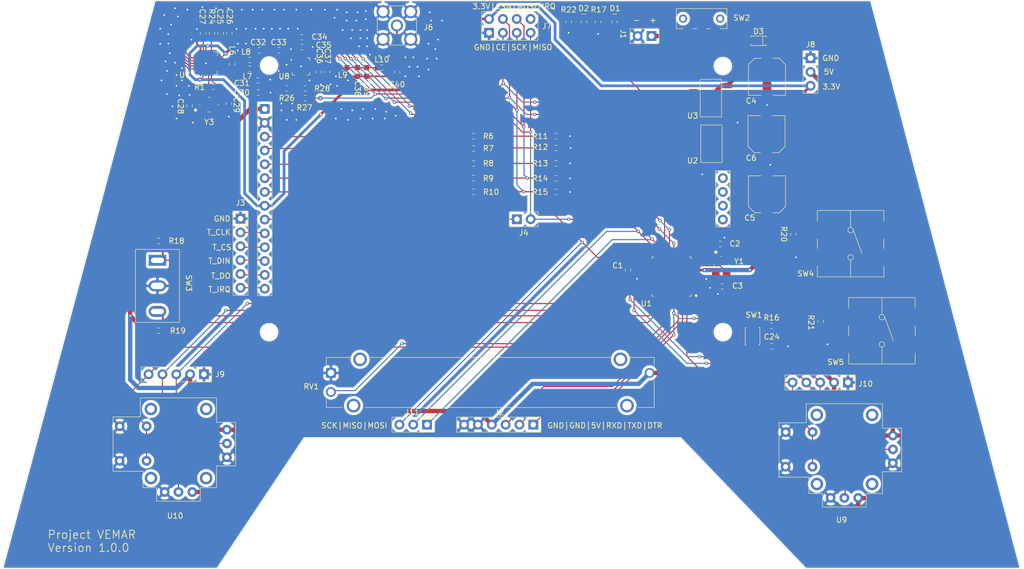
<source format=kicad_pcb>
(kicad_pcb (version 20241229) (generator "pcbnew") (generator_version "9.0")
  (layers (0 "F.Cu" signal) (2 "B.Cu" signal) (13 "F.Paste" user) (15 "B.Paste" user) (5 "F.SilkS" user "F.Silkscreen") (7 "B.SilkS" user "B.Silkscreen") (1 "F.Mask" user) (3 "B.Mask" user) (25 "Edge.Cuts" user))
  (net 0 "")
  (net 1 "+5V")
  (net 2 "Net-(U1-AREF)")
  (net 3 "GND")
  (net 4 "Net-(U1-PCINT7{slash}XTAL2{slash}TOSC2{slash}PB7)")
  (net 5 "Net-(U1-PCINT6{slash}XTAL1{slash}TOSC1{slash}PB6)")
  (net 6 "+BATTERY")
  (net 7 "+3.3V")
  (net 8 "Net-(C24-Pad2)")
  (net 9 "Net-(U7-DVDD)")
  (net 10 "Net-(U7-XC2)")
  (net 11 "Net-(U7-XC1)")
  (net 12 "Net-(U7-VDD_PA)")
  (net 13 "Net-(C32-Pad1)")
  (net 14 "Net-(U8-TXRX)")
  (net 15 "Net-(U8-ANT)")
  (net 16 "Net-(C38-Pad2)")
  (net 17 "Net-(J6-ANT)")
  (net 18 "Net-(D1-A)")
  (net 19 "Net-(D1-K)")
  (net 20 "Net-(D2-A)")
  (net 21 "Net-(D2-K)")
  (net 22 "Net-(J1-Pad1)")
  (net 23 "TXD")
  (net 24 "DTR")
  (net 25 "RXD")
  (net 26 "Net-(U4-T_IRQ)")
  (net 27 "Net-(U4-T_CS)")
  (net 28 "Net-(U4-T_DIN)")
  (net 29 "Net-(U4-T_CLK)")
  (net 30 "Net-(U4-T_DO)")
  (net 31 "MISO")
  (net 32 "Net-(U4-MISO)")
  (net 33 "SCK")
  (net 34 "MOSI")
  (net 35 "CE")
  (net 37 "CSN")
  (net 38 "Net-(U7-ANT1)")
  (net 39 "Net-(U7-ANT2)")
  (net 40 "Net-(U4-~{CS})")
  (net 41 "CS")
  (net 42 "RESET")
  (net 43 "Net-(U4-RESET)")
  (net 44 "Net-(U4-D{slash}~{C})")
  (net 45 "DC")
  (net 46 "Net-(U4-MOSI)")
  (net 47 "Net-(U4-SCK)")
  (net 48 "Net-(U1-PCINT20{slash}XCK{slash}T0{slash}PD4)")
  (net 49 "Net-(U1-PC3{slash}ADC3{slash}PCINT11)")
  (net 50 "Net-(U1-PCINT19{slash}OC2B{slash}INT1{slash}PD3)")
  (net 51 "JOY1-X")
  (net 52 "Net-(U7-IREF)")
  (net 53 "Net-(U8-TXEN)")
  (net 54 "Net-(U8-RXEN)")
  (net 55 "Net-(U1-PC4{slash}ADC4{slash}SDA{slash}PCINT12)")
  (net 56 "Net-(U1-PC5{slash}ADC5{slash}SCL{slash}PCINT13)")
  (net 57 "JOY1-Y")
  (net 58 "Net-(U1-ADC6)")
  (net 59 "Net-(U1-ADC7)")
  (net 60 "Net-(U1-PC2{slash}ADC2{slash}PCINT10)")
  (net 61 "JOY1-B")
  (footprint "common:C_D6.3xL5.4" (layer "F.Cu") (at 200.4 57.575 -90)
    (property "Reference" "C4")
    (property "Value" "100uF")
  )
  (footprint "common:C_0603" (layer "F.Cu") (at 106.95 58.25)
    (property "Reference" "C31")
    (property "Value" "4.7nF")
  )
  (footprint "common:C_0603" (layer "F.Cu") (at 107 60.5)
    (property "Reference" "C30")
    (property "Value" "2.2nF")
  )
  (footprint "common:C_0603" (layer "F.Cu") (at 115 52.1)
    (property "Reference" "C35")
    (property "Value" "1uF")
  )
  (footprint "common:C_0603" (layer "F.Cu") (at 118.09375 56.7 90)
    (property "Reference" "C36")
    (property "Value" "0.3pF")
  )
  (footprint "common:C_0603" (layer "F.Cu") (at 100.1 49.6 -90)
    (property "Reference" "C25")
    (property "Value" "10nF")
  )
  (footprint "common:R_0603" (layer "F.Cu") (at 161.7 68.5 180)
    (property "Reference" "R11")
    (property "Value" "2k")
  )
  (footprint "common:R_0603" (layer "F.Cu") (at 201.225 103.35)
    (property "Reference" "R16")
    (property "Value" "10k")
  )
  (footprint "common:C_0603" (layer "F.Cu") (at 101.7 49.6 -90)
    (property "Reference" "C26")
    (property "Value" "1nF")
  )
  (footprint "common:R_0603" (layer "F.Cu") (at 115.6 61.5 180)
    (property "Reference" "R27")
    (property "Value" "1k")
  )
  (footprint "connector:Pin_01x02" (layer "F.Cu") (at 179.2 50.1 -90)
    (property "Reference" "J1")
    (property "Value" "01x02")
  )
  (footprint "common:R_0603" (layer "F.Cu") (at 205.25 86.5 90)
    (property "Reference" "R20")
    (property "Value" "10k")
  )
  (footprint "common:C_0603" (layer "F.Cu") (at 96.9 49.6 90)
    (property "Reference" "C27")
    (property "Value" "33nF")
  )
  (footprint "common:LED_0603" (layer "F.Cu") (at 172.4 47.5 -90)
    (property "Reference" "D1")
    (property "Value" "Red")
  )
  (footprint "common:R_0603" (layer "F.Cu") (at 146.55 78.7 180)
    (property "Reference" "R10")
    (property "Value" "1k")
  )
  (footprint "common:R_0603" (layer "F.Cu") (at 98.8 59.4)
    (property "Reference" "R1")
    (property "Value" "1M")
  )
  (footprint "common:C_0603" (layer "F.Cu") (at 126.89375 56.7 90)
    (property "Reference" "C39")
    (property "Value" "1.5pF")
  )
  (footprint "common:R_0603" (layer "F.Cu") (at 161.7 70.65 180)
    (property "Reference" "R12")
    (property "Value" "2k")
  )
  (footprint "switch:SW_Tactile12x12" (layer "F.Cu") (at 221.5 104.25)
    (property "Reference" "SW5")
    (property "Value" "SW")
  )
  (footprint "common:L_0603" (layer "F.Cu") (at 102.2 55.3 -90)
    (property "Reference" "L6")
    (property "Value" "8.2nH")
  )
  (footprint "common:R_0603" (layer "F.Cu") (at 161.7 73.5 180)
    (property "Reference" "R13")
    (property "Value" "2k")
  )
  (footprint "connector:Pin_01x05" (layer "F.Cu") (at 215.25 113.75 -90)
    (property "Reference" "J10")
    (property "Value" "01x05")
  )
  (footprint "misc:Joystick" (layer "F.Cu") (at 214.6048 126.155 90)
    (property "Reference" "U9")
    (property "Value" "Joystick")
  )
  (footprint "common:LED_0603" (layer "F.Cu") (at 166.8 47.5 -90)
    (property "Reference" "D2")
    (property "Value" "~")
  )
  (footprint "switch:SW_Tactile3x2.5" (layer "F.Cu") (at 197.75 105.25 90)
    (property "Reference" "SW1")
    (property "Value" "Reset")
  )
  (footprint "common:L_0603" (layer "F.Cu") (at 129.69375 55.9125)
    (property "Reference" "L10")
    (property "Value" "2.4nH")
  )
  (footprint "common:R_0603" (layer "F.Cu") (at 98.5 49.6 -90)
    (property "Reference" "R24")
    (property "Value" "22k")
  )
  (footprint "common:C_0603" (layer "F.Cu") (at 110.8 52.7 180)
    (property "Reference" "C33")
    (property "Value" "1.0pF")
  )
  (footprint "common:Crystal_3225" (layer "F.Cu") (at 192 92.3 -90)
    (property "Reference" "Y1")
    (property "Value" "16MHz")
  )
  (footprint "regulator:AMS1117-SOT223" (layer "F.Cu") (at 190.2 69.9 90)
    (property "Reference" "U2")
    (property "Value" "AMS1117-5.0")
  )
  (footprint "connector:Pin_01x05" (layer "F.Cu") (at 97.04 112.25 -90)
    (property "Reference" "J9")
    (property "Value" "01x05")
  )
  (footprint "common:C_0603" (layer "F.Cu") (at 107.2 52.7)
    (property "Reference" "C32")
    (property "Value" "1.5pF")
  )
  (footprint "display:ILI9341" (layer "F.Cu") (at 150.65 80.01 -90)
    (property "Reference" "U4" (hide yes))
    (property "Value" "ILI9341")
    (fp_circle (center -24.5 41.65) (end -23 41.65) (stroke (width 0.05)) (fill no) (layer "Edge.Cuts"))
    (fp_circle (center 24.5 41.65) (end 26 41.65) (stroke (width 0.05)) (fill no) (layer "Edge.Cuts"))
    (fp_circle (center -24.4 -41.65) (end -22.9 -41.65) (stroke (width 0.05)) (fill no) (layer "Edge.Cuts"))
    (fp_circle (center 24.5 -41.65) (end 26 -41.65) (stroke (width 0.05)) (fill no) (layer "Edge.Cuts"))
  )
  (footprint "common:L_0603" (layer "F.Cu") (at 122.49375 55.9125)
    (property "Reference" "L9")
    (property "Value" "2.4nH")
  )
  (footprint "connector:Pin_01x03" (layer "F.Cu") (at 208.4 54.16)
    (property "Reference" "J8")
    (property "Value" "01x03")
  )
  (footprint "common:R_0603" (layer "F.Cu") (at 146.55 76.2 180)
    (property "Reference" "R9")
    (property "Value" "1k")
  )
  (footprint "connector:Pin_01x02" (layer "F.Cu") (at 154.48 83.75 90)
    (property "Reference" "J4")
    (property "Value" "01x02")
  )
  (footprint "switch:SW_Tactile12x12" (layer "F.Cu") (at 215.75 88.25)
    (property "Reference" "SW4")
    (property "Value" "SW")
  )
  (footprint "common:C_D6.3xL5.4" (layer "F.Cu") (at 200.4 79.175 90)
    (property "Reference" "C5")
    (property "Value" "22uF")
  )
  (footprint "connector:SMA" (layer "F.Cu") (at 132.46 48.16)
    (property "Reference" "J6")
    (property "Value" "SMA")
  )
  (footprint "connector:Pin_01x03" (layer "F.Cu") (at 138 121.5 -90)
    (property "Reference" "J11")
    (property "Value" "01x03")
  )
  (footprint "connector:Pin_01x06" (layer "F.Cu") (at 157.5 121.5 -90)
    (property "Reference" "J2")
    (property "Value" "01x06")
  )
  (footprint "common:R_0603" (layer "F.Cu") (at 161.7 76.25 180)
    (property "Reference" "R14")
    (property "Value" "2k")
  )
  (footprint "common:Crystal_3225" (layer "F.Cu") (at 98 62.7)
    (property "Reference" "Y3")
    (property "Value" "16MHz" (hide yes))
  )
  (footprint "regulator:AMS1117-SOT223" (layer "F.Cu") (at 190.1 61.5 90)
    (property "Reference" "U3")
    (property "Value" "AMS1117-3.3")
  )
  (footprint "common:SW_Toggle" (layer "F.Cu") (at 88.5 96 -90)
    (property "Reference" "SW3")
    (property "Value" "SW_SPDT")
  )
  (footprint "common:R_0603" (layer "F.Cu") (at 146.55 68.5 180)
    (property "Reference" "R6")
    (property "Value" "1k")
  )
  (footprint "transceiver:NRF24L01_QFN20" (layer "F.Cu") (at 97.4 55.1)
    (property "Reference" "U7")
    (property "Value" "NRF24L01")
  )
  (footprint "common:R_0603" (layer "F.Cu") (at 164 47.5 90)
    (property "Reference" "R22")
    (property "Value" "330")
  )
  (footprint "transceiver:RFX2401C_QFN16" (layer "F.Cu") (at 114.86875 55.6625)
    (property "Reference" "U8")
    (property "Value" "RFX2401C")
  )
  (footprint "common:R_0603" (layer "F.Cu") (at 169.4 47.5 90)
    (property "Reference" "R17")
    (property "Value" "1k")
  )
  (footprint "common:C_0603" (layer "F.Cu") (at 191.8 88.3 180)
    (property "Reference" "C2")
    (property "Value" "22pF")
  )
  (footprint "common:C_0603" (layer "F.Cu") (at 119.68125 56.7 90)
    (property "Reference" "C37")
    (property "Value" "1.5pF")
  )
  (footprint "common:D_SOD123" (layer "F.Cu") (at 198.85 50.975 180)
    (property "Reference" "D3")
    (property "Value" "Diode")
  )
  (footprint "common:C_0603" (layer "F.Cu") (at 115 50.3)
    (property "Reference" "C34")
    (property "Value" "220pF")
  )
  (footprint "common:C_D6.3xL5.4" (layer "F.Cu") (at 200.3 68.125 90)
    (property "Reference" "C6")
    (property "Value" "22uF")
  )
  (footprint "misc:Joystick" (layer "F.Cu") (at 92.3548 125.075 90)
    (property "Reference" "U10")
    (property "Value" "Joystick")
  )
  (footprint "common:L_0603" (layer "F.Cu") (at 105.45 54.5)
    (property "Reference" "L8")
    (property "Value" "3.9nH")
  )
  (footprint "common:C_0603" (layer "F.Cu") (at 101.6 62.5 90)
    (property "Reference" "C29")
    (property "Value" "22pF")
  )
  (footprint "connector:Pin_01x06" (layer "F.Cu") (at 103.75 83.65)
    (property "Reference" "J3")
    (property "Value" "01x06")
  )
  (footprint "common:R_0603" (layer "F.Cu") (at 146.55 70.75 180)
    (property "Reference" "R7")
    (property "Value" "1k")
  )
  (footprint "common:R_0603" (layer "F.Cu") (at 161.7 78.75 180)
    (property "Reference" "R15")
    (property "Value" "2k")
  )
  (footprint "common:R_0603" (layer "F.Cu") (at 146.55 73.5 180)
    (property "Reference" "R8")
    (property "Value" "1k")
  )
  (footprint "common:RV_45" (layer "F.Cu") (at 149.6 113.75)
    (property "Reference" "RV1")
    (property "Value" "Potentiometer")
  )
  (footprint "common:C_0603" (layer "F.Cu") (at 174.9 93.1 -90)
    (property "Reference" "C1")
    (property "Value" "100nF")
  )
  (footprint "common:R_0603" (layer "F.Cu") (at 88.7 87.75 180)
    (property "Reference" "R18")
    (property "Value" "10k")
  )
  (footprint "common:R_0603" (layer "F.Cu") (at 88.7 104.25 180)
    (property "Reference" "R19")
    (property "Value" "10k")
  )
  (footprint "common:C_0603" (layer "F.Cu") (at 192.2 96.1)
    (property "Reference" "C3")
    (property "Value" "22pF")
  )
  (footprint "common:C_0603" (layer "F.Cu") (at 94.4 62.9 -90)
    (property "Reference" "C28")
    (property "Value" "22pF")
  )
  (footprint "common:R_0603" (layer "F.Cu") (at 112.2 59.7)
    (property "Reference" "R26")
    (property "Value" "1k")
  )
  (footprint "common:C_0603" (layer "F.Cu") (at 201.275 107.1 180)
    (property "Reference" "C24")
    (property "Value" "100nF")
  )
  (footprint "connector:Pin_02x04" (layer "F.Cu") (at 149.38 49.5 90)
    (property "Reference" "J7")
    (property "Value" "02x04")
  )
  (footprint "common:R_0603" (layer "F.Cu") (at 210.25 102.5 -90)
    (property "Reference" "R21")
    (property "Value" "10k")
  )
  (footprint "common:L_0603" (layer "F.Cu") (at 105.45 56.1)
    (property "Reference" "L7")
    (property "Value" "2.7nH")
  )
  (footprint "common:R_0603" (layer "F.Cu") (at 115.6 59.7 180)
    (property "Reference" "R28")
    (property "Value" "20k")
  )
  (footprint "common:C_0603" (layer "F.Cu") (at 125.2 56.7 90)
    (property "Reference" "C38")
    (property "Value" "1.5pF")
  )
  (footprint "microchip:ATmega328p_TQFP" (layer "F.Cu") (at 182.9 94.3 180)
    (property "Reference" "U1")
    (property "Value" "ATmega328P")
  )
  (footprint "common:C_0603" (layer "F.Cu") (at 132.49375 56.7 90)
    (property "Reference" "C40")
    (property "Value" "1.5pF")
  )
  (footprint "switch:SW_Slide9.1x3.5" (layer "F.Cu") (at 188.4 46.9)
    (property "Reference" "SW2")
    (property "Value" "Power")
  )
  (gr_line (start 219.5 43.5) (end 247 148) (stroke (width 0.05)) (layer "Edge.Cuts"))
  (gr_line (start 99.5 148) (end 60 148) (stroke (width 0.05)) (layer "Edge.Cuts"))
  (gr_line (start 207.5 148) (end 184.5 124) (stroke (width 0.05)) (layer "Edge.Cuts"))
  (gr_line (start 184.5 124) (end 115.5 124) (stroke (width 0.05)) (layer "Edge.Cuts"))
  (gr_line (start 115.5 124) (end 99.5 148) (stroke (width 0.05)) (layer "Edge.Cuts"))
  (gr_line (start 88 43.5) (end 219.5 43.5) (stroke (width 0.05)) (layer "Edge.Cuts"))
  (gr_line (start 60 148) (end 88 43.5) (stroke (width 0.05)) (layer "Edge.Cuts"))
  (gr_line (start 247 148) (end 207.5 148) (stroke (width 0.05)) (layer "Edge.Cuts"))
  (gr_text "GND" (at 210.5 54.75 0) (layer "F.SilkS") (effects (font (size 1 1)) (justify left bottom)))
  (gr_text "T_CS" (at 98.5 89.5 0) (layer "F.SilkS") (effects (font (size 1 1)) (justify left bottom)))
  (gr_text "T_DIN" (at 97.75 92 0) (layer "F.SilkS") (effects (font (size 1 1)) (justify left bottom)))
  (gr_text "T_IRQ" (at 97.75 97.25 0) (layer "F.SilkS") (effects (font (size 1 1)) (justify left bottom)))
  (gr_text "GND|GND|5V|RXD|TXD|DTR" (at 160 122.25 0) (layer "F.SilkS") (effects (font (size 1 1)) (justify left bottom)))
  (gr_text "GND" (at 98.75 84.25 0) (layer "F.SilkS") (effects (font (size 1 1)) (justify left bottom)))
  (gr_text "GND|CE|SCK|MISO" (at 146.5 52.75 0) (layer "F.SilkS") (effects (font (size 1 1)) (justify left bottom)))
  (gr_text "T_CLK" (at 97.5 86.75 0) (layer "F.SilkS") (effects (font (size 1 1)) (justify left bottom)))
  (gr_text "5V" (at 210.75 57.25 0) (layer "F.SilkS") (effects (font (size 1 1)) (justify left bottom)))
  (gr_text "3.3V|CSN|MOSI|IRQ" (at 146.25 45.25 0) (layer "F.SilkS") (effects (font (size 1 1)) (justify left bottom)))
  (gr_text "T_DO" (at 98.25 94.75 0) (layer "F.SilkS") (effects (font (size 1 1)) (justify left bottom)))
  (gr_text "SCK|MISO|MOSI" (at 118.5 122.25 0) (layer "F.SilkS") (effects (font (size 1 1)) (justify left bottom)))
  (gr_text "Project VEMAR\nVersion 1.0.0" (at 68.25 145 0) (layer "F.SilkS") (effects (font (size 1.5 1.5)) (justify left bottom)))
  (gr_text "+" (at 178.75 47.75 0) (layer "F.SilkS") (effects (font (size 1 1)) (justify left bottom)))
  (gr_text "3.3V" (at 210.5 60 0) (layer "F.SilkS") (effects (font (size 1 1)) (justify left bottom)))
  (gr_text "-" (at 175.75 47.75 0) (layer "F.SilkS") (effects (font (size 1 1)) (justify left bottom)))
  (segment (start 182.5 93.1) (end 187.1 93.1) (width 0.5) (layer "F.Cu") (net 1))
  (segment (start 149.88 121.5) (end 147.38 119) (width 0.8) (layer "F.Cu") (net 1))
  (segment (start 102.42 122.42) (end 104 124) (width 0.8) (layer "F.Cu") (net 1))
  (segment (start 211.25 70.975) (end 211.25 59.55) (width 0.8) (layer "F.Cu") (net 1))
  (segment (start 178.85 112) (end 181.75 112) (width 0.8) (layer "F.Cu") (net 1))
  (segment (start 200.4 81.825) (end 200.4 84.5) (width 0.2) (layer "F.Cu") (net 1))
  (segment (start 211.25 83.75) (end 211.25 70.975) (width 0.8) (layer "F.Cu") (net 1))
  (segment (start 226.5 129.75) (end 226.5 125) (width 0.8) (layer "F.Cu") (net 1))
  (segment (start 215.25 87.75) (end 211.25 83.75) (width 0.8) (layer "F.Cu") (net 1))
  (segment (start 182.5 94) (end 182.5 93.1) (width 0.5) (layer "F.Cu") (net 1))
  (segment (start 94.75 68.25) (end 100.75 68.25) (width 0.8) (layer "F.Cu") (net 1))
  (segment (start 87.9 104.25) (end 86.25 104.25) (width 0.8) (layer "F.Cu") (net 1))
  (segment (start 223.5 123.5) (end 219.5 123.5) (width 0.8) (layer "F.Cu") (net 1))
  (segment (start 226.5 125) (end 225 123.5) (width 0.8) (layer "F.Cu") (net 1))
  (segment (start 217.15 134.96) (end 217.19 135) (width 0.2) (layer "F.Cu") (net 1))
  (segment (start 223.5 123.5) (end 223.5 101) (width 0.8) (layer "F.Cu") (net 1))
  (segment (start 215.75 137.5) (end 217.15 136.1) (width 0.8) (layer "F.Cu") (net 1))
  (segment (start 217.15 136.1) (end 217.15 134.96) (width 0.8) (layer "F.Cu") (net 1))
  (segment (start 207.25 137.5) (end 215.75 137.5) (width 0.8) (layer "F.Cu") (net 1))
  (segment (start 187.1 94.7) (end 183.2 94.7) (width 0.5) (layer "F.Cu") (net 1))
  (segment (start 83.5 90.5) (end 86.25 87.75) (width 0.8) (layer "F.Cu") (net 1))
  (segment (start 211.25 59.55) (end 208.4 56.7) (width 0.8) (layer "F.Cu") (net 1))
  (segment (start 219.5 123.5) (end 212.71 116.71) (width 0.8) (layer "F.Cu") (net 1))
  (segment (start 200.4 89.95) (end 200.4 81.825) (width 0.8) (layer "F.Cu") (net 1))
  (segment (start 200.4 81.825) (end 196 77.425) (width 0.8) (layer "F.Cu") (net 1))
  (segment (start 225 123.5) (end 223.5 123.5) (width 0.8) (layer "F.Cu") (net 1))
  (segment (start 183.2 94.7) (end 182.5 94) (width 0.5) (layer "F.Cu") (net 1))
  (segment (start 87.9 87.75) (end 87.9 75.1) (width 0.8) (layer "F.Cu") (net 1))
  (segment (start 86.25 104.25) (end 83.5 101.5) (width 0.8) (layer "F.Cu") (net 1))
  (segment (start 215.25 92.75) (end 215.25 87.75) (width 0.8) (layer "F.Cu") (net 1))
  (segment (start 104 124) (end 104 129) (width 0.8) (layer "F.Cu") (net 1))
  (segment (start 197.25 93.1) (end 200.4 89.95) (width 0.8) (layer "F.Cu") (net 1))
  (segment (start 104 129) (end 99.12 133.88) (width 0.8) (layer "F.Cu") (net 1))
  (segment (start 187.1 93.1) (end 188.951 93.1) (width 0.5) (layer "F.Cu") (net 1))
  (segment (start 174.9 92.3) (end 178.7 92.3) (width 0.5) (layer "F.Cu") (net 1))
  (segment (start 125.83 122.42) (end 101.25 122.42) (width 0.8) (layer "F.Cu") (net 1))
  (segment (start 181.7 92.3) (end 182.5 93.1) (width 0.5) (layer "F.Cu") (net 1))
  (segment (start 129.25 119) (end 125.83 122.42) (width 0.8) (layer "F.Cu") (net 1))
  (segment (start 200.4 84.5) (end 201.6 85.7) (width 0.8) (layer "F.Cu") (net 1))
  (segment (start 210.25 111.29) (end 210.25 103.55) (width 0.8) (layer "F.Cu") (net 1))
  (segment (start 178.7 92.3) (end 181.7 92.3) (width 0.5) (layer "F.Cu") (net 1))
  (segment (start 86.25 87.75) (end 87.9 87.75) (width 0.8) (layer "F.Cu") (net 1))
  (segment (start 202.55 103.3) (end 210.25 103.3) (width 0.8) (layer "F.Cu") (net 1))
  (segment (start 87.9 75.1) (end 94.75 68.25) (width 0.8) (layer "F.Cu") (net 1))
  (segment (start 223.5 101) (end 215.25 92.75) (width 0.8) (layer "F.Cu") (net 1))
  (segment (start 97.67 122.42) (end 101.25 122.42) (width 0.8) (layer "F.Cu") (net 1))
  (segment (start 212.71 113.75) (end 210.25 111.29) (width 0.8) (layer "F.Cu") (net 1))
  (segment (start 221.25 135) (end 226.5 129.75) (width 0.8) (layer "F.Cu") (net 1))
  (segment (start 99.12 133.88) (end 94.9 133.88) (width 0.8) (layer "F.Cu") (net 1))
  (segment (start 105.5 63.5) (end 108.2 63.5) (width 0.8) (layer "F.Cu") (net 1))
  (segment (start 147.38 119) (end 129.25 119) (width 0.8) (layer "F.Cu") (net 1))
  (segment (start 100.75 68.25) (end 105.5 63.5) (width 0.8) (layer "F.Cu") (net 1))
  (segment (start 181.75 112) (end 207.25 137.5) (width 0.8) (layer "F.Cu") (net 1))
  (segment (start 94.5 112.25) (end 94.5 119.25) (width 0.8) (layer "F.Cu") (net 1))
  (segment (start 196 72.6) (end 193.3 69.9) (width 0.8) (layer "F.Cu") (net 1))
  (segment (start 83.5 101.5) (end 83.5 90.5) (width 0.8) (layer "F.Cu") (net 1))
  (segment (start 196 77.425) (end 196 72.6) (width 0.8) (layer "F.Cu") (net 1))
  (segment (start 200.4 81.825) (end 211.25 70.975) (width 0.8) (layer "F.Cu") (net 1))
  (segment (start 94.5 119.25) (end 97.67 122.42) (width 0.8) (layer "F.Cu") (net 1))
  (segment (start 212.71 116.71) (end 212.71 113.75) (width 0.8) (layer "F.Cu") (net 1))
  (segment (start 202.025 103.35) (end 202.275 103.35) (width 0.2) (layer "F.Cu") (net 1))
  (segment (start 217.19 135) (end 221.25 135) (width 0.8) (layer "F.Cu") (net 1))
  (segment (start 201.6 85.7) (end 205.25 85.7) (width 0.8) (layer "F.Cu") (net 1))
  (via (at 83.5 101.5) (size 0.8) (drill 0.3) (layers "F.Cu" "B.Cu") (net 1))
  (via (at 197.25 93.1) (size 0.8) (drill 0.3) (layers "F.Cu" "B.Cu") (net 1))
  (via (at 188.951 93.1) (size 0.8) (drill 0.3) (layers "F.Cu" "B.Cu") (net 1))
  (segment (start 92 114.75) (end 85 114.75) (width 0.8) (layer "B.Cu") (net 1))
  (segment (start 157.38 114) (end 149.88 121.5) (width 0.8) (layer "B.Cu") (net 1))
  (segment (start 94.5 112.25) (end 92 114.75) (width 0.8) (layer "B.Cu") (net 1))
  (segment (start 85 114.75) (end 83.5 113.25) (width 0.8) (layer "B.Cu") (net 1))
  (segment (start 176.85 114) (end 157.38 114) (width 0.8) (layer "B.Cu") (net 1))
  (segment (start 83.5 113.25) (end 83.5 101.5) (width 0.8) (layer "B.Cu") (net 1))
  (segment (start 188.951 93.1) (end 197.25 93.1) (width 0.8) (layer "B.Cu") (net 1))
  (segment (start 178.85 112) (end 176.85 114) (width 0.8) (layer "B.Cu") (net 1))
  (segment (start 178.7 93.9) (end 174.9 93.9) (width 0.2) (layer "F.Cu") (net 2))
  (segment (start 132.49375 57.5) (end 132.5 57.5) (width 0.2) (layer "F.Cu") (net 3))
  (segment (start 95.75 49.95) (end 96.9 48.8) (width 0.3) (layer "F.Cu") (net 3))
  (segment (start 116.4 59.7) (end 116.4 58.25) (width 0.2) (layer "F.Cu") (net 3))
  (segment (start 119.68125 57.5) (end 118.09375 57.5) (width 0.3) (layer "F.Cu") (net 3))
  (segment (start 96.4 53.1) (end 96.4 54.1) (width 0.3) (layer "F.Cu") (net 3))
  (segment (start 115.8 50.3) (end 115.8 52.1) (width 0.3) (layer "F.Cu") (net 3))
  (segment (start 188.4 93.9) (end 189.25 94.75) (width 0.2) (layer "F.Cu") (net 3))
  (segment (start 125.2 57.5) (end 124.25 57.5) (width 0.3) (layer "F.Cu") (net 3))
  (segment (start 192.6 87.15) (end 192.6 88.3) (width 0.3) (layer "F.Cu") (net 3))
  (segment (start 114.61875 53.28125) (end 115.8 52.1) (width 0.3) (layer "F.Cu") (net 3))
  (segment (start 115.6 59.00625) (end 115.6 57.10625) (width 0.2) (layer "F.Cu") (net 3))
  (segment (start 115.11875 55.4125) (end 114.86875 55.6625) (width 0.2) (layer "F.Cu") (net 3))
  (segment (start 112.2 55.380025) (end 112.232475 55.4125) (width 0.2) (layer "F.Cu") (net 3))
  (segment (start 95.75 51.5) (end 95.75 49.95) (width 0.3) (layer "F.Cu") (net 3))
  (segment (start 193 91.1) (end 193 89.9) (width 0.3) (layer "F.Cu") (net 3))
  (segment (start 117 52.1) (end 117.2 52.1) (width 0.2) (layer "F.Cu") (net 3))
  (segment (start 113.44375 54.9125) (end 114.11875 54.9125) (width 0.2) (layer "F.Cu") (net 3))
  (segment (start 200.4 65.375) (end 200.3 65.475) (width 0.2) (layer "F.Cu") (net 3))
  (segment (start 115.61875 56.4125) (end 114.86875 55.6625) (width 0.2) (layer "F.Cu") (net 3))
  (segment (start 97.9 53.1) (end 97.9 54.6) (width 0.3) (layer "F.Cu") (net 3))
  (segment (start 101.6 63.3) (end 101.6 64.9) (width 0.3) (layer "F.Cu") (net 3))
  (segment (start 188.5 75.5) (end 188.5 74.25) (width 0.3) (layer "F.Cu") (net 3))
  (segment (start 96.4 54.1) (end 96.7 54.4) (width 0.2) (layer "F.Cu") (net 3))
  (segment (start 112.232475 55.4125) (end 113.44375 55.4125) (width 0.2) (layer "F.Cu") (net 3))
  (segment (start 188.5 74.25) (end 190.55 72.2) (width 0.3) (layer "F.Cu") (net 3))
  (segment (start 162.5 78.75) (end 164.25 78.75) (width 0.2) (layer "F.Cu") (net 3))
  (segment (start 125.2 57.5) (end 126.89375 57.5) (width 0.3) (layer "F.Cu") (net 3))
  (segment (start 115.6 57.10625) (end 115.61875 57.0875) (width 0.2) (layer "F.Cu") (net 3))
  (segment (start 162.5 76.25) (end 164.25 76.25) (width 0.2) (layer "F.Cu") (net 3))
  (segment (start 97.4 57.1) (end 97.4 55.1) (width 0.2) (layer "F.Cu") (net 3))
  (segment (start 191 94.7) (end 191.4 95.1) (width 0.3) (layer "F.Cu") (net 3))
  (segment (start 112.9 52.5) (end 112.7 52.7) (width 0.3) (layer "F.Cu") (net 3))
  (segment (start 200.4 60.225) (end 200.4 62.775) (width 0.3) (layer "F.Cu") (net 3))
  (segment (start 116.8375 54.9125) (end 117.5 54.25) (width 0.2) (layer "F.Cu") (net 3))
  (segment (start 113.44375 55.4125) (end 114.61875 55.4125) (width 0.2) (layer "F.Cu") (net 3))
  (segment (start 113 52.5) (end 112.9 52.5) (width 0.3) (layer "F.Cu") (net 3))
  (segment (start 114.49375 55.9125) (end 114.61875 55.9125) (width 0.2) (layer "F.Cu") (net 3))
  (segment (start 195 64.5) (end 194.3 63.8) (width 0.3) (layer "F.Cu") (net 3))
  (segment (start 116.29375 56.4125) (end 115.61875 56.4125) (width 0.2) (layer "F.Cu") (net 3))
  (segment (start 169.4 48.3) (end 169.4 49.7) (width 0.3) (layer "F.Cu") (net 3))
  (segment (start 94.4 60.9) (end 94.4 62.1) (width 0.3) (layer "F.Cu") (net 3))
  (segment (start 200.4 76.525) (end 200.4 74.35) (width 0.3) (layer "F.Cu") (net 3))
  (segment (start 191 93.5) (end 191 94.7) (width 0.3) (layer "F.Cu") (net 3))
  (segment (start 115.11875 55.9125) (end 114.86875 55.6625) (width 0.2) (layer "F.Cu") (net 3))
  (segment (start 101.7 48.8) (end 103 48.8) (width 0.3) (layer "F.Cu") (net 3))
  (segment (start 94.4 62.1) (end 95.2 62.1) (width 0.3) (layer "F.Cu") (net 3))
  (segment (start 116.29375 54.9125) (end 115.61875 54.9125) (width 0.2) (layer "F.Cu") (net 3))
  (segment (start 164 48.3) (end 164 49.5) (width 0.3) (layer "F.Cu") (net 3))
  (segment (start 97.9 54.6) (end 99.4 54.6) (width 0.3) (layer "F.Cu") (net 3))
  (segment (start 116.29375 56.4125) (end 117.00625 56.4125) (width 0.3) (layer "F.Cu") (net 3))
  (segment (start 191.4 95.1) (end 191.4 96.1) (width 0.3) (layer "F.Cu") (net 3))
  (segment (start 192.6 89.5) (end 192.6 88.3) (width 0.3) (layer "F.Cu") (net 3))
  (segment (start 96.4 52.15) (end 95.75 51.5) (width 0.3) (layer "F.Cu") (net 3))
  (segment (start 100.8 63.3) (end 100.4 63.7) (width 0.3) (layer "F.Cu") (net 3))
  (segment (start 114.5 55.29375) (end 114.86875 55.6625) (width 0.2) (layer "F.Cu") (net 3))
  (segment (start 112.7 52.7) (end 111.6 52.7) (width 0.3) (layer "F.Cu") (net 3))
  (segment (start 111.75 52.85) (end 111.6 52.7) (width 0.3) (layer "F.Cu") (net 3))
  (segment (start 132.49375 57.5) (end 126.89375 57.5) (width 0.3) (layer "F.Cu") (net 3))
  (segment (start 124.25 57.5) (end 123.5 58.25) (width 0.3) (layer "F.Cu") (net 3))
  (segment (start 96.9 48.8) (end 96.9 48.4) (width 0.2) (layer "F.Cu") (net 3))
  (segment (start 113.44375 55.9125) (end 114.49375 55.9125) (width 0.2) (layer "F.Cu") (net 3))
  (segment (start 115.1625 55.36875) (end 114.86875 55.6625) (width 0.2) (layer "F.Cu") (net 3))
  (segment (start 116.29375 54.9125) (end 116.8375 54.9125) (width 0.2) (layer "F.Cu") (net 3))
  (segment (start 132.5 57.5) (end 134 57.5) (width 0.3) (layer "F.Cu") (net 3))
  (segment (start 114.11875 54.9125) (end 114.5 55.29375) (width 0.2) (layer "F.Cu") (net 3))
  (segment (start 113.44375 54.9125) (end 112.9125 54.9125) (width 0.3) (layer "F.Cu") (net 3))
  (segment (start 193 89.9) (end 192.6 89.5) (width 0.3) (layer "F.Cu") (net 3))
  (segment (start 114.61875 55.9125) (end 114.86875 55.6625) (width 0.2) (layer "F.Cu") (net 3))
  (segment (start 101.6 63.3) (end 100.8 63.3) (width 0.3) (layer "F.Cu") (net 3))
  (segment (start 190.55 72.2) (end 193.3 72.2) (width 0.3) (layer "F.Cu") (net 3))
  (segment (start 121.25 57.5) (end 119.68125 57.5) (width 0.3) (layer "F.Cu") (net 3))
  (segment (start 112.232475 55.4125) (end 112.4125 55.4125) (width 0.2) (layer "F.Cu") (net 3))
  (segment (start 195 66) (end 195 64.5) (width 0.3) (layer "F.Cu") (net 3))
  (segment (start 116.29375 59.7) (end 115.6 59.00625) (width 0.2) (layer "F.Cu") (net 3))
  (segment (start 115.61875 54.9125) (end 115.1625 55.36875) (width 0.2) (layer "F.Cu") (net 3))
  (segment (start 98.5 48.8) (end 100.1 48.8) (width 0.3) (layer "F.Cu") (net 3))
  (segment (start 114.61875 55.4125) (end 114.86875 55.6625) (width 0.2) (layer "F.Cu") (net 3))
  (segment (start 189.09853 95.5) (end 187.1 95.5) (width 0.3) (layer "F.Cu") (net 3))
  (segment (start 211.5 106.75) (end 214.25 106.75) (width 0.3) (layer "F.Cu") (net 3))
  (segment (start 207.95 91.3) (end 208.5 90.75) (width 0.2) (layer "F.Cu") (net 3))
  (segment (start 107.8 60.5) (end 109.25 60.5) (width 0.3) (layer "F.Cu") (net 3))
  (segment (start 117.00625 56.4125) (end 118.09375 57.5) (width 0.3) (layer "F.Cu") (net 3))
  (segment (start 96.4 53.1) (end 96.4 52.15) (width 0.3) (layer "F.Cu") (net 3))
  (segment (start 194.3 63.8) (end 193.2 63.8) (width 0.3) (layer "F.Cu") (net 3))
  (segment (start 200.4 74.35) (end 201 73.75) (width 0.3) (layer "F.Cu") (net 3))
  (segment (start 178.7 94.7) (end 176.55 94.7) (width 0.3) (layer "F.Cu") (net 3))
  (segment (start 98.5 48.8) (end 96.9 48.8) (width 0.3) (layer "F.Cu") (net 3))
  (segment (start 189.944315 96.345786) (end 189.09853 95.5) (width 0.3) (layer "F.Cu") (net 3))
  (segment (start 202.075 107.1) (end 204.275 107.1) (width 0.3) (layer "F.Cu") (net 3))
  (segment (start 115.11875 57.0875) (end 115.11875 55.9125) (width 0.2) (layer "F.Cu") (net 3))
  (segment (start 95.2 62.1) (end 95.6 61.7) (width 0.3) (layer "F.Cu") (net 3))
  (segment (start 114.61875 54.2375) (end 114.61875 55.4125) (width 0.2) (layer "F.Cu") (net 3))
  (segment (start 208.5 90.75) (end 205.75 90.75) (width 0.3) (layer "F.Cu") (net 3))
  (segment (start 115.61875 57.0875) (end 115.61875 56.4125) (width 0.2) (layer "F.Cu") (net 3))
  (segment (start 115.8 52.1) (end 117 52.1) (width 0.3) (layer "F.Cu") (net 3))
  (segment (start 162.5 73.5) (end 164.25 73.5) (width 0.2) (layer "F.Cu") (net 3))
  (segment (start 191.4 96.1) (end 191.4 97.5) (width 0.3) (layer "F.Cu") (net 3))
  (segment (start 187.1 93.9) (end 188.4 93.9) (width 0.2) (layer "F.Cu") (net 3))
  (segment (start 100.4 63.7) (end 99.2 63.7) (width 0.3) (layer "F.Cu") (net 3))
  (segment (start 162.5 70.65) (end 164.35 70.65) (width 0.2) (layer "F.Cu") (net 3))
  (segment (start 101.7 48.8) (end 100.1 48.8) (width 0.3) (layer "F.Cu") (net 3))
  (segment (start 114.61875 54.2375) (end 114.61875 53.28125) (width 0.3) (layer "F.Cu") (net 3))
  (segment (start 107.8 58.1) (end 109.2 58.1) (width 0.3) (layer "F.Cu") (net 3))
  (segment (start 200.4 62.775) (end 200.4 65.375) (width 0.3) (layer "F.Cu") (net 3))
  (segment (start 116.29375 55.4125) (end 115.11875 55.4125) (width 0.2) (layer "F.Cu") (net 3))
  (segment (start 95.6 61.7) (end 96.8 61.7) (width 0.3) (layer "F.Cu") (net 3))
  (segment (start 96.9 48.8) (end 95.75 48.8) (width 0.3) (layer "F.Cu") (net 3))
  (segment (start 112.9125 54.9125) (end 111.75 53.75) (width 0.3) (layer "F.Cu") (net 3))
  (segment (start 162.5 68.5) (end 164.25 68.5) (width 0.2) (layer "F.Cu") (net 3))
  (segment (start 111.75 53.75) (end 111.75 52.85) (width 0.3) (layer "F.Cu") (net 3))
  (via (at 104.75 48.75) (size 0.6) (drill 0.3) (layers "F.Cu" "B.Cu") (net 3))
  (via (at 127.5 53.5) (size 0.6) (drill 0.3) (layers "F.Cu" "B.Cu") (net 3))
  (via (at 93 56) (size 0.6) (drill 0.3) (layers "F.Cu" "B.Cu") (net 3))
  (via (at 126.75 47) (size 0.6) (drill 0.3) (layers "F.Cu" "B.Cu") (net 3))
  (via (at 91.75 45) (size 0.6) (drill 0.3) (layers "F.Cu" "B.Cu") (net 3))
  (via (at 94.25 59.25) (size 0.6) (drill 0.3) (layers "F.Cu" "B.Cu") (net 3))
  (via (at 127 50.5) (size 0.6) (drill 0.3) (layers "F.Cu" "B.Cu") (net 3))
  (via (at 134 57.5) (size 0.8) (drill 0.3) (layers "F.Cu" "B.Cu") (net 3))
  (via (at 191.4 97.5) (size 0.8) (drill 0.3) (layers "F.Cu" "B.Cu") (net 3))
  (via (at 111.25 63.75) (size 0.6) (drill 0.3) (layers "F.Cu" "B.Cu") (net 3))
  (via (at 140 50.75) (size 0.6) (drill 0.3) (layers "F.Cu" "B.Cu") (net 3))
  (via (at 204.275 107.1) (size 0.6) (drill 0.3) (layers "F.Cu" "B.Cu") (net 3))
  (via (at 92.5 61) (size 0.6) (drill 0.3) (layers "F.Cu" "B.Cu") (net 3))
  (via (at 125.75 50.5) (size 0.6) (drill 0.3) (layers "F.Cu" "B.Cu") (net 3))
  (via (at 211.5 106.75) (size 0.6) (drill 0.3) (layers "F.Cu" "B.Cu") (net 3))
  (via (at 94.4 60.9) (size 0.8) (drill 0.3) (layers "F.Cu" "B.Cu") (net 3))
  (via (at 164.35 70.65) (size 0.8) (drill 0.3) (layers "F.Cu" "B.Cu") (net 3))
  (via (at 116.4 58.25) (size 0.8) (drill 0.3) (layers "F.Cu" "B.Cu") (net 3))
  (via (at 97.4 55.1) (size 0.6) (drill 0.3) (layers "F.Cu" "B.Cu") (net 3))
  (via (at 90.5 51.5) (size 0.6) (drill 0.3) (layers "F.Cu" "B.Cu") (net 3))
  (via (at 108 48.75) (size 0.6) (drill 0.3) (layers "F.Cu" "B.Cu") (net 3))
  (via (at 122.5 49) (size 0.6) (drill 0.3) (layers "F.Cu" "B.Cu") (net 3))
  (via (at 90 54.75) (size 0.6) (drill 0.3) (layers "F.Cu" "B.Cu") (net 3))
  (via (at 109.25 60.5) (size 0.8) (drill 0.3) (layers "F.Cu" "B.Cu") (net 3))
  (via (at 125.25 45.75) (size 0.6) (drill 0.3) (layers "F.Cu" "B.Cu") (net 3))
  (via (at 124.25 49) (size 0.6) (drill 0.3) (layers "F.Cu" "B.Cu") (net 3))
  (via (at 122.25 63.5) (size 0.6) (drill 0.3) (layers "F.Cu" "B.Cu") (net 3))
  (via (at 89 51.5) (size 0.6) (drill 0.3) (layers "F.Cu" "B.Cu") (net 3))
  (via (at 92 59.25) (size 0.6) (drill 0.3) (layers "F.Cu" "B.Cu") (net 3))
  (via (at 110 45.25) (size 0.6) (drill 0.3) (layers "F.Cu" "B.Cu") (net 3))
  (via (at 113.25 62.5) (size 0.6) (drill 0.3) (layers "F.Cu" "B.Cu") (net 3))
  (via (at 164.25 76.25) (size 0.8) (drill 0.3) (layers "F.Cu" "B.Cu") (net 3))
  (via (at 134.75 55.75) (size 0.6) (drill 0.3) (layers "F.Cu" "B.Cu") (net 3))
  (via (at 121 46.75) (size 0.6) (drill 0.3) (layers "F.Cu" "B.Cu") (net 3))
  (via (at 164 49.5) (size 0.8) (drill 0.3) (layers "F.Cu" "B.Cu") (net 3))
  (via (at 125 47.25) (size 0.6) (drill 0.3) (layers "F.Cu" "B.Cu") (net 3))
  (via (at 189.944315 96.345786) (size 0.8) (drill 0.3) (layers "F.Cu" "B.Cu") (net 3))
  (via (at 114 45.25) (size 0.6) (drill 0.3) (layers "F.Cu" "B.Cu") (net 3))
  (via (at 106 45.25) (size 0.6) (drill 0.3) (layers "F.Cu" "B.Cu") (net 3))
  (via (at 119 53.25) (size 0.6) (drill 0.3) (layers "F.Cu" "B.Cu") (net 3))
  (via (at 94 45.25) (size 0.6) (drill 0.3) (layers "F.Cu" "B.Cu") (net 3))
  (via (at 92 65.25) (size 0.6) (drill 0.3) (layers "F.Cu" "B.Cu") (net 3))
  (via (at 135.5 54) (size 0.6) (drill 0.3) (layers "F.Cu" "B.Cu") (net 3))
  (via (at 123.25 47.25) (size 0.6) (drill 0.3) (layers "F.Cu" "B.Cu") (net 3))
  (via (at 103.25 51.5) (size 0.6) (drill 0.3) (layers "F.Cu" "B.Cu") (net 3))
  (via (at 188.5 75.5) (size 0.8) (drill 0.3) (layers "F.Cu" "B.Cu") (net 3))
  (via (at 101.6 64.9) (size 0.8) (drill 0.3) (layers "F.Cu" "B.Cu") (net 3))
  (via (at 164.25 78.75) (size 0.8) (drill 0.3) (layers "F.Cu" "B.Cu") (net 3))
  (via (at 127 49) (size 0.6) (drill 0.3) (layers "F.Cu" "B.Cu") (net 3))
  (via (at 112.5 48.75) (size 0.6) (drill 0.3) (layers "F.Cu" "B.Cu") (net 3))
  (via (at 91.75 55) (size 0.6) (drill 0.3) (layers "F.Cu" "B.Cu") (net 3))
  (via (at 128 65.25) (size 0.6) (drill 0.3) (layers "F.Cu" "B.Cu") (net 3))
  (via (at 90.25 60.75) (size 0.6) (drill 0.3) (layers "F.Cu" "B.Cu") (net 3))
  (via (at 134 54) (size 0.6) (drill 0.3) (layers "F.Cu" "B.Cu") (net 3))
  (via (at 138.5 45.75) (size 0.6) (drill 0.3) (layers "F.Cu" "B.Cu") (net 3))
  (via (at 117.5 54.25) (size 0.8) (drill 0.3) (layers "F.Cu" "B.Cu") (net 3))
  (via (at 101.5 45) (size 0.6) (drill 0.3) (layers "F.Cu" "B.Cu") (net 3))
  (via (at 94.75 50.75) (size 0.6) (drill 0.3) (layers "F.Cu" "B.Cu") (net 3))
  (via (at 126.25 63.5) (size 0.6) (drill 0.3) (layers "F.Cu" "B.Cu") (net 3))
  (via (at 126.75 45.5) (size 0.6) (drill 0.3) (layers "F.Cu" "B.Cu") (net 3))
  (via (at 128.5 63.5) (size 0.6) (drill 0.3) (layers "F.Cu" "B.Cu") (net 3))
  (via (at 109.2 58.1) (size 0.8) (drill 0.3) (layers "F.Cu" "B.Cu") (net 3))
  (via (at 140.75 47.25) (size 0.6) (drill 0.3) (layers "F.Cu" "B.Cu") (net 3))
  (via (at 89.25 58.25) (size 0.6) (drill 0.3) (layers "F.Cu" "B.Cu") (net 3))
  (via (at 138.25 51.5) (size 0.6) (drill 0.3) (layers "F.Cu" "B.Cu") (net 3))
  (via (at 121.5 59.25) (size 0.6) (drill 0.3) (layers "F.Cu" "B.Cu") (net 3))
  (via (at 120.25 59) (size 0.6) (drill 0.3) (layers "F.Cu" "B.Cu") (net 3))
  (via (at 125.5 52) (size 0.6) (drill 0.3) (layers "F.Cu" "B.Cu") (net 3))
  (via (at 92.25 46.5) (size 0.6) (drill 0.3) (layers "F.Cu" "B.Cu") (net 3))
  (via (at 125.75 49) (size 0.6) (drill 0.3) (layers "F.Cu" "B.Cu") (net 3))
  (via (at 114 65.5) (size 0.6) (drill 0.3) (layers "F.Cu" "B.Cu") (net 3))
  (via (at 132.25 64.75) (size 0.6) (drill 0.3) (layers "F.Cu" "B.Cu") (net 3))
  (via (at 121.5 45.25) (size 0.6) (drill 0.3) (layers "F.Cu" "B.Cu") (net 3))
  (via (at 189.25 94.75) (size 0.8) (drill 0.3) (layers "F.Cu" "B.Cu") (net 3))
  (via (at 119.25 45.25) (size 0.6) (drill 0.3) (layers "F.Cu" "B.Cu") (net 3))
  (via (at 93 58.25) (size 0.6) (drill 0.3) (layers "F.Cu" "B.Cu") (net 3))
  (via (at 127 52) (size 0.6) (drill 0.3) (layers "F.Cu" "B.Cu") (net 3))
  (via (at 112.25 65.5) (size 0.6) (drill 0.3) (layers "F.Cu" "B.Cu") (net 3))
  (via (at 121.25 57.5) (size 0.8) (drill 0.3) (layers "F.Cu" "B.Cu") (net 3))
  (via (at 124.25 63.75) (size 0.6) (drill 0.3) (layers "F.Cu" "B.Cu") (net 3))
  (via (at 89.75 46.25) (size 0.6) (drill 0.3) (layers "F.Cu" "B.Cu") (net 3))
  (via (at 96.75 44.75) (size 0.6) (drill 0.3) (layers "F.Cu" "B.Cu") (net 3))
  (via (at 111.75 45.25) (size 0.6) (drill 0.3) (layers "F.Cu" "B.Cu") (net 3))
  (via (at 90.5 49.75) (size 0.6) (drill 0.3) (layers "F.Cu" "B.Cu") (net 3))
  (via (at 112.2 55.380025) (size 0.8) (drill 0.3) (layers "F.Cu" "B.Cu") (net 3))
  (via (at 200.4 62.775) (size 0.8) (drill 0.3) (layers "F.Cu" "B.Cu") (net 3))
  (via (at 104 45.25) (size 0.6) (drill 0.3) (layers "F.Cu" "B.Cu") (net 3))
  (via (at 116.75 45.25) (size 0.6) (drill 0.3) (layers "F.Cu" "B.Cu") (net 3))
  (via (at 201 73.75) (size 0.8) (drill 0.3) (layers "F.Cu" "B.Cu") (net 3))
  (via (at 169.4 49.7) (size 0.8) (drill 0.3) (layers "F.Cu" "B.Cu") (net 3))
  (via (at 121.25 65.25) (size 0.6) (drill 0.3) (layers "F.Cu" "B.Cu") (net 3))
  (via (at 130.5 64) (size 0.6) (drill 0.3) (layers "F.Cu" "B.Cu") (net 3))
  (via (at 124 50.5) (size 0.6) (drill 0.3) (layers "F.Cu" "B.Cu") (net 3))
  (via (at 95 66) (size 0.6) (drill 0.3) (layers "F.Cu" "B.Cu") (net 3))
  (via (at 176.55 94.7) (size 0.6) (drill 0.3) (layers "F.Cu" "B.Cu") (net 3))
  (via (at 195 66) (size 0.8) (drill 0.3) (layers "F.Cu" "B.Cu") (net 3))
  (via (at 117 52.1) (size 0.8) (drill 0.3) (layers "F.Cu" "B.Cu") (net 3))
  (via (at 111 48.75) (size 0.6) (drill 0.3) (layers "F.Cu" "B.Cu") (net 3))
  (via (at 164.25 68.5) (size 0.8) (drill 0.3) (layers "F.Cu" "B.Cu") (net 3))
  (via (at 139.5 52.5) (size 0.6) (drill 0.3) (layers "F.Cu" "B.Cu") (net 3))
  (via (at 138 54.25) (size 0.6) (drill 0.3) (layers "F.Cu" "B.Cu") (net 3))
  (via (at 91.25 63) (size 0.6) (drill 0.3) (layers "F.Cu" "B.Cu") (net 3))
  (via (at 89 48.75) (size 0.6) (drill 0.3) (layers "F.Cu" "B.Cu") (net 3))
  (via (at 109.5 48.75) (size 0.6) (drill 0.3) (layers "F.Cu" "B.Cu") (net 3))
  (via (at 138.75 47.25) (size 0.6) (drill 0.3) (layers "F.Cu" "B.Cu") (net 3))
  (via (at 95.75 48.8) (size 0.8) (drill 0.3) (layers "F.Cu" "B.Cu") (net 3))
  (via (at 90.25 56.5) (size 0.6) (drill 0.3) (layers "F.Cu" "B.Cu") (net 3))
  (via (at 114.86875 55.6625) (size 0.6) (drill 0.3) (layers "F.Cu" "B.Cu") (net 3))
  (via (at 111.25 62.5) (size 0.6) (drill 0.3) (layers "F.Cu" "B.Cu") (net 3))
  (via (at 192.6 87.15) (size 0.6) (drill 0.3) (layers "F.Cu" "B.Cu") (net 3))
  (via (at 136.25 55.75) (size 0.6) (drill 0.3) (layers "F.Cu" "B.Cu") (net 3))
  (via (at 110.75 56.5) (size 0.6) (drill 0.3) (layers "F.Cu" "B.Cu") (net 3))
  (via (at 118.5 59) (size 0.6) (drill 0.3) (layers "F.Cu" "B.Cu") (net 3))
  (via (at 123.5 58.25) (size 0.8) (drill 0.3) (layers "F.Cu" "B.Cu") (net 3))
  (via (at 205.75 90.75) (size 0.8) (drill 0.3) (layers "F.Cu" "B.Cu") (net 3))
  (via (at 106.5 48.75) (size 0.6) (drill 0.3) (layers "F.Cu" "B.Cu") (net 3))
  (via (at 103.25 52.75) (size 0.6) (drill 0.3) (layers "F.Cu" "B.Cu") (net 3))
  (via (at 123.25 45.75) (size 0.6) (drill 0.3) (layers "F.Cu" "B.Cu") (net 3))
  (via (at 138.25 56.25) (size 0.6) (drill 0.3) (layers "F.Cu" "B.Cu") (net 3))
  (via (at 107.75 45.25) (size 0.6) (drill 0.3) (layers "F.Cu" "B.Cu") (net 3))
  (via (at 129.25 53.75) (size 0.6) (drill 0.3) (layers "F.Cu" "B.Cu") (net 3))
  (via (at 91 48) (size 0.6) (drill 0.3) (layers "F.Cu" "B.Cu") (net 3))
  (via (at 123.5 65.5) (size 0.6) (drill 0.3) (layers "F.Cu" "B.Cu") (net 3))
  (via (at 125.75 65.25) (size 0.6) (drill 0.3) (layers "F.Cu" "B.Cu") (net 3))
  (via (at 111.25 58) (size 0.6) (drill 0.3) (layers "F.Cu" "B.Cu") (net 3))
  (via (at 92 57.25) (size 0.6) (drill 0.3) (layers "F.Cu" "B.Cu") (net 3))
  (via (at 131 53.75) (size 0.6) (drill 0.3) (layers "F.Cu" "B.Cu") (net 3))
  (via (at 103 48.8) (size 0.8) (drill 0.3) (layers "F.Cu" "B.Cu") (net 3))
  (via (at 164.25 73.5) (size 0.8) (drill 0.3) (layers "F.Cu" "B.Cu") (net 3))
  (via (at 113 52.5) (size 0.8) (drill 0.3) (layers "F.Cu" "B.Cu") (net 3))
  (via (at 130.25 65.25) (size 0.6) (drill 0.3) (layers "F.Cu" "B.Cu") (net 3))
  (via (at 113.25 63.75) (size 0.6) (drill 0.3) (layers "F.Cu" "B.Cu") (net 3))
  (via (at 139.75 54.25) (size 0.6) (drill 0.3) (layers "F.Cu" "B.Cu") (net 3))
  (via (at 90.75 53.25) (size 0.6) (drill 0.3) (layers "F.Cu" "B.Cu") (net 3))
  (via (at 104.75 51.5) (size 0.6) (drill 0.3) (layers "F.Cu" "B.Cu") (net 3))
  (via (at 114.25 48.75) (size 0.6) (drill 0.3) (layers "F.Cu" "B.Cu") (net 3))
  (via (at 99.25 45) (size 0.6) (drill 0.3) (layers "F.Cu" "B.Cu") (net 3))
  (via (at 136.5 57.5) (size 0.6) (drill 0.3) (layers "F.Cu" "B.Cu") (net 3))
  (segment (start 191 91.1) (end 191 88.3) (width 0.2) (layer "F.Cu") (net 4))
  (segment (start 189.1 91.5) (end 187.1 91.5) (width 0.2) (layer "F.Cu") (net 4))
  (segment (start 191 91.1) (end 189.5 91.1) (width 0.2) (layer "F.Cu") (net 4))
  (segment (start 189.5 91.1) (end 189.1 91.5) (width 0.2) (layer "F.Cu") (net 4))
  (segment (start 187.1 92.3) (end 191.8 92.3) (width 0.2) (layer "F.Cu") (net 5))
  (segment (start 191.8 92.3) (end 193 93.5) (width 0.2) (layer "F.Cu") (net 5))
  (segment (start 193 96.1) (end 193 93.5) (width 0.2) (layer "F.Cu") (net 5))
  (segment (start 190.5 60.75) (end 192.05 59.2) (width 0.8) (layer "F.Cu") (net 6))
  (segment (start 192.1 67.6) (end 190.5 66) (width 0.8) (layer "F.Cu") (net 6))
  (segment (start 193.3 67.6) (end 192.1 67.6) (width 0.8) (layer "F.Cu") (net 6))
  (segment (start 192.05 59.2) (end 193.2 59.2) (width 0.8) (layer "F.Cu") (net 6))
  (segment (start 190.5 66) (end 190.5 60.75) (width 0.8) (layer "F.Cu") (net 6))
  (segment (start 198.625 56.7) (end 200.4 54.925) (width 0.8) (layer "F.Cu") (net 6))
  (segment (start 200.4 51.425) (end 200.4 54.925) (width 0.8) (layer "F.Cu") (net 6))
  (segment (start 195.6 56.7) (end 198.625 56.7) (width 0.8) (layer "F.Cu") (net 6))
  (segment (start 200.65 50.975) (end 200.65 51.175) (width 0.2) (layer "F.Cu") (net 6))
  (segment (start 193.2 59.2) (end 193.2 59.1) (width 0.2) (layer "F.Cu") (net 6))
  (segment (start 193.2 59.1) (end 195.6 56.7) (width 0.8) (layer "F.Cu") (net 6))
  (segment (start 200.65 51.175) (end 200.4 51.425) (width 0.2) (layer "F.Cu") (net 6))
  (segment (start 101.7 52.6) (end 101.7 50.4) (width 0.5) (layer "F.Cu") (net 7))
  (segment (start 99.4 54.1) (end 100.2 54.1) (width 0.2) (layer "F.Cu") (net 7))
  (segment (start 146.79 46.96) (end 149.38 46.96) (width 0.5) (layer "F.Cu") (net 7))
  (segment (start 114.11875 53.25) (end 114.11875 52.58125) (width 0.2) (layer "F.Cu") (net 7))
  (segment (start 193.2 61.5) (end 195.25 61.5) (width 0.5) (layer "F.Cu") (net 7))
  (segment (start 197.775 70.775) (end 200.3 70.775) (width 0.5) (layer "F.Cu") (net 7))
  (segment (start 195.25 61.5) (end 196.25 62.5) (width 0.5) (layer "F.Cu") (net 7))
  (segment (start 113.824 49.924) (end 114.2 50.3) (width 0.2) (layer "F.Cu") (net 7))
  (segment (start 202.525 70.775) (end 205.1 68.2) (width 0.5) (layer "F.Cu") (net 7))
  (segment (start 144.75 49) (end 146.79 46.96) (width 0.5) (layer "F.Cu") (net 7))
  (segment (start 196.25 69.25) (end 197.775 70.775) (width 0.5) (layer "F.Cu") (net 7))
  (segment (start 114.11875 54.2375) (end 114.11875 53.25) (width 0.2) (layer "F.Cu") (net 7))
  (segment (start 96.3 58.1) (end 96.9 57.5) (width 0.2) (layer "F.Cu") (net 7))
  (segment (start 114.2 50.3) (end 114.2 52.1) (width 0.5) (layer "F.Cu") (net 7))
  (segment (start 144.75 54.5) (end 144.75 49) (width 0.5) (layer "F.Cu") (net 7))
  (segment (start 97.4 52.25) (end 97.75 51.9) (width 0.2) (layer "F.Cu") (net 7))
  (segment (start 205.1 62.54) (end 208.4 59.24) (width 0.5) (layer "F.Cu") (net 7))
  (segment (start 205.1 68.2) (end 205.1 62.54) (width 0.5) (layer "F.Cu") (net 7))
  (segment (start 101.776 50.324) (end 113.824 50.324) (width 0.5) (layer "F.Cu") (net 7))
  (segment (start 123 60) (end 139.25 60) (width 0.5) (layer "F.Cu") (net 7))
  (segment (start 100.2 54.1) (end 101 53.3) (width 0.2) (layer "F.Cu") (net 7))
  (segment (start 101.7 50.4) (end 100.1 50.4) (width 0.5) (layer "F.Cu") (net 7))
  (segment (start 196.25 62.5) (end 196.25 69.25) (width 0.5) (layer "F.Cu") (net 7))
  (segment (start 200.3 70.775) (end 202.525 70.775) (width 0.5) (layer "F.Cu") (net 7))
  (segment (start 101.7 52.6) (end 101 53.3) (width 0.5) (layer "F.Cu") (net 7))
  (segment (start 139.25 60) (end 144.75 54.5) (width 0.5) (layer "F.Cu") (net 7))
  (segment (start 114.11875 52.18125) (end 114.2 52.1) (width 0.2) (layer "F.Cu") (net 7))
  (segment (start 97.4 53.1) (end 97.4 52.25) (width 0.2) (layer "F.Cu") (net 7))
  (segment (start 96.9 57.5) (end 96.9 57.1) (width 0.2) (layer "F.Cu") (net 7))
  (segment (start 101.7 50.4) (end 101.776 50.324) (width 0.2) (layer "F.Cu") (net 7))
  (segment (start 118.5 64.5) (end 123 60) (width 0.5) (layer "F.Cu") (net 7))
  (via (at 97.75 51.9) (size 0.6) (drill 0.3) (layers "F.Cu" "B.Cu") (net 7))
  (via (at 96.3 58.1) (size 0.8) (drill 0.3) (layers "F.Cu" "B.Cu") (net 7))
  (via (at 101 53.3) (size 0.8) (drill 0.3) (layers "F.Cu" "B.Cu") (net 7))
  (via (at 118.5 64.5) (size 0.6) (drill 0.3) (layers "F.Cu" "B.Cu") (net 7))
  (segment (start 97.75 51.9) (end 99.6 51.9) (width 0.5) (layer "B.Cu") (net 7))
  (segment (start 96.3 58.1) (end 100.6 58.1) (width 0.5) (layer "B.Cu") (net 7))
  (segment (start 161.5 47.75) (end 158.5 44.75) (width 0.5) (layer "B.Cu") (net 7))
  (segment (start 111.75 71.25) (end 111.75 79) (width 0.5) (layer "B.Cu") (net 7))
  (segment (start 95.4 58.1) (end 94.4 57.1) (width 0.5) (layer "B.Cu") (net 7))
  (segment (start 109.47 81.28) (end 108.2 81.28) (width 0.5) (layer "B.Cu") (net 7))
  (segment (start 104.5 62) (end 104.5 79) (width 0.5) (layer "B.Cu") (net 7))
  (segment (start 161.5 50.75) (end 161.5 47.75) (width 0.5) (layer "B.Cu") (net 7))
  (segment (start 104.5 79) (end 106.78 81.28) (width 0.5) (layer "B.Cu") (net 7))
  (segment (start 208.4 59.24) (end 169.99 59.24) (width 0.5) (layer "B.Cu") (net 7))
  (segment (start 151.59 44.75) (end 149.38 46.96) (width 0.5) (layer "B.Cu") (net 7))
  (segment (start 100.6 58.1) (end 104.5 62) (width 0.5) (layer "B.Cu") (net 7))
  (segment (start 94.4 53.3) (end 95.8 51.9) (width 0.5) (layer "B.Cu") (net 7))
  (segment (start 99.6 51.9) (end 101 53.3) (width 0.5) (layer "B.Cu") (net 7))
  (segment (start 96.3 58.1) (end 95.4 58.1) (width 0.5) (layer "B.Cu") (net 7))
  (segment (start 94.4 57.1) (end 94.4 53.3) (width 0.5) (layer "B.Cu") (net 7))
  (segment (start 158.5 44.75) (end 151.59 44.75) (width 0.5) (layer "B.Cu") (net 7))
  (segment (start 111.75 79) (end 109.47 81.28) (width 0.5) (layer "B.Cu") (net 7))
  (segment (start 169.99 59.24) (end 161.5 50.75) (width 0.5) (layer "B.Cu") (net 7))
  (segment (start 118.5 64.5) (end 111.75 71.25) (width 0.5) (layer "B.Cu") (net 7))
  (segment (start 95.8 51.9) (end 97.75 51.9) (width 0.5) (layer "B.Cu") (net 7))
  (segment (start 106.78 81.28) (end 108.2 81.28) (width 0.5) (layer "B.Cu") (net 7))
  (segment (start 197.75 107.1) (end 200.675 107.1) (width 0.2) (layer "F.Cu") (net 8))
  (segment (start 97 50.5) (end 96.9 50.4) (width 0.2) (layer "F.Cu") (net 9))
  (segment (start 96.9 53.1) (end 96.9 50.4) (width 0.2) (layer "F.Cu") (net 9))
  (segment (start 97.9 59.3) (end 98 59.4) (width 0.2) (layer "F.Cu") (net 10))
  (segment (start 97.9 57.1) (end 97.9 59.3) (width 0.2) (layer "F.Cu") (net 10))
  (segment (start 98 62.5) (end 98 59.4) (width 0.2) (layer "F.Cu") (net 10))
  (segment (start 94.4 63.7) (end 96.8 63.7) (width 0.2) (layer "F.Cu") (net 10))
  (segment (start 98 62.5) (end 96.8 63.7) (width 0.2) (layer "F.Cu") (net 10))
  (segment (start 98.4 58.2) (end 99.6 59.4) (width 0.2) (layer "F.Cu") (net 11))
  (segment (start 99.6 59.4) (end 99.6 60.2) (width 0.2) (layer "F.Cu") (net 11))
  (segment (start 99.6 60.2) (end 99.2 60.6) (width 0.2) (layer "F.Cu") (net 11))
  (segment (start 99.2 61.7) (end 101.6 61.7) (width 0.2) (layer "F.Cu") (net 11))
  (segment (start 99.2 60.6) (end 99.2 61.7) (width 0.2) (layer "F.Cu") (net 11))
  (segment (start 98.4 57.1) (end 98.4 58.2) (width 0.2) (layer "F.Cu") (net 11))
  (segment (start 109.6 61.5) (end 111.4 59.7) (width 0.2) (layer "F.Cu") (net 12))
  (segment (start 106.2 60.5) (end 107.2 61.5) (width 0.2) (layer "F.Cu") (net 12))
  (segment (start 106.2 58.1) (end 106.2 56.1) (width 0.2) (layer "F.Cu") (net 12))
  (segment (start 102.2 58.1) (end 106.2 58.1) (width 0.2) (layer "F.Cu") (net 12))
  (segment (start 107.2 61.5) (end 109.6 61.5) (width 0.2) (layer "F.Cu") (net 12))
  (segment (start 106.2 60.5) (end 106.2 58.1) (width 0.2) (layer "F.Cu") (net 12))
  (segment (start 100.2 56.1) (end 102.2 58.1) (width 0.2) (layer "F.Cu") (net 12))
  (segment (start 99.4 56.1) (end 100.2 56.1) (width 0.2) (layer "F.Cu") (net 12))
  (segment (start 106.41875 54.5) (end 106.41875 52.8125) (width 0.2) (layer "F.Cu") (net 13))
  (segment (start 110 52.7) (end 110 53.0671) (width 0.2) (layer "F.Cu") (net 14))
  (segment (start 111.5 54.2) (end 110 52.7) (width 0.2) (layer "F.Cu") (net 14))
  (segment (start 112.1625 56.4125) (end 111.5 55.75) (width 0.2) (layer "F.Cu") (net 14))
  (segment (start 108 52.7) (end 110 52.7) (width 0.2) (layer "F.Cu") (net 14))
  (segment (start 113.44375 56.4125) (end 112.1625 56.4125) (width 0.2) (layer "F.Cu") (net 14))
  (segment (start 111.5 55.75) (end 111.5 54.2) (width 0.2) (layer "F.Cu") (net 14))
  (segment (start 118.09375 55.9) (end 116.30625 55.9) (width 0.2) (layer "F.Cu") (net 15))
  (segment (start 118.09375 55.8875) (end 119.68125 55.8875) (width 0.2) (layer "F.Cu") (net 15))
  (segment (start 116.30625 55.9) (end 116.29375 55.9125) (width 0.2) (layer "F.Cu") (net 15))
  (segment (start 119.68125 55.8875) (end 119.69375 55.9) (width 0.2) (layer "F.Cu") (net 15))
  (segment (start 121.69375 55.9125) (end 120.09375 55.9125) (width 0.2) (layer "F.Cu") (net 15))
  (segment (start 125.29375 55.9125) (end 123.69375 55.9125) (width 0.2) (layer "F.Cu") (net 16))
  (segment (start 128.89375 55.9125) (end 127.29375 55.9125) (width 0.2) (layer "F.Cu") (net 16))
  (segment (start 125.29375 55.9125) (end 126.89375 55.9125) (width 0.2) (layer "F.Cu") (net 16))
  (segment (start 132.46 55.86625) (end 132.49375 55.9) (width 0.2) (layer "F.Cu") (net 17))
  (segment (start 130.89375 55.9125) (end 132.49375 55.9125) (width 0.2) (layer "F.Cu") (net 17))
  (segment (start 132.46 48.16) (end 132.46 55.86625) (width 0.3) (layer "F.Cu") (net 17))
  (segment (start 188.4 50.1) (end 188.4 51.6) (width 0.8) (layer "F.Cu") (net 18))
  (segment (start 189.15 52.75) (end 195.475 52.75) (width 0.8) (layer "F.Cu") (net 18))
  (segment (start 188.4 51.6) (end 186.8 53.2) (width 0.8) (layer "F.Cu") (net 18))
  (segment (start 175.1 53.2) (end 172.4 50.5) (width 0.8) (layer "F.Cu") (net 18))
  (segment (start 195.475 52.75) (end 197.25 50.975) (width 0.8) (layer "F.Cu") (net 18))
  (segment (start 186.8 53.2) (end 175.1 53.2) (width 0.8) (layer "F.Cu") (net 18))
  (segment (start 172.4 50.5) (end 172.4 48.3) (width 0.8) (layer "F.Cu") (net 18))
  (segment (start 188.4 52) (end 189.15 52.75) (width 0.8) (layer "F.Cu") (net 18))
  (segment (start 188.4 50.1) (end 188.4 52) (width 0.8) (layer "F.Cu") (net 18))
  (segment (start 172.4 46.7) (end 169.4 46.7) (width 0.2) (layer "F.Cu") (net 19))
  (segment (start 183.75 66.75) (end 166.8 49.8) (width 0.2) (layer "F.Cu") (net 20))
  (segment (start 183.75 74.25) (end 183.75 66.75) (width 0.2) (layer "F.Cu") (net 20))
  (segment (start 185.7 76.2) (end 183.75 74.25) (width 0.2) (layer "F.Cu") (net 20))
  (segment (start 166.8 49.8) (end 166.8 48.3) (width 0.2) (layer "F.Cu") (net 20))
  (segment (start 185.7 90.1) (end 185.7 76.2) (width 0.2) (layer "F.Cu") (net 20))
  (segment (start 166.8 46.7) (end 164 46.7) (width 0.2) (layer "F.Cu") (net 21))
  (segment (start 185.9 50.1) (end 179.2 50.1) (width 0.8) (layer "F.Cu") (net 22))
  (segment (start 154.96 121.5) (end 161.21 115.25) (width 0.2) (layer "F.Cu") (net 23))
  (segment (start 161.21 115.25) (end 172.125 115.25) (width 0.2) (layer "F.Cu") (net 23))
  (segment (start 184.9 102.475) (end 184.9 98.5) (width 0.2) (layer "F.Cu") (net 23))
  (segment (start 172.125 115.25) (end 184.9 102.475) (width 0.2) (layer "F.Cu") (net 23))
  (segment (start 183.3 98.5) (end 183.3 101) (width 0.2) (layer "F.Cu") (net 24))
  (segment (start 197.75 103.4) (end 196.35 102) (width 0.2) (layer "F.Cu") (net 24))
  (segment (start 200.425 103.4) (end 200.475 103.35) (width 0.2) (layer "F.Cu") (net 24))
  (segment (start 183.3 105) (end 183.25 105) (width 0.2) (layer "F.Cu") (net 24))
  (segment (start 183.25 105) (end 172.301 115.949) (width 0.2) (layer "F.Cu") (net 24))
  (segment (start 196.35 102) (end 187 102) (width 0.2) (layer "F.Cu") (net 24))
  (segment (start 183.3 105) (end 183.25 105.05) (width 0.2) (layer "F.Cu") (net 24))
  (segment (start 163.051 115.949) (end 157.5 121.5) (width 0.2) (layer "F.Cu") (net 24))
  (segment (start 172.301 115.949) (end 163.051 115.949) (width 0.2) (layer "F.Cu") (net 24))
  (segment (start 197.75 103.4) (end 200.425 103.4) (width 0.2) (layer "F.Cu") (net 24))
  (via (at 183.3 105) (size 0.6) (drill 0.3) (layers "F.Cu" "B.Cu") (net 24))
  (via (at 187 102) (size 0.6) (drill 0.3) (layers "F.Cu" "B.Cu") (net 24))
  (via (at 183.3 101) (size 0.6) (drill 0.3) (layers "F.Cu" "B.Cu") (net 24))
  (segment (start 183.3 101) (end 184.3 102) (width 0.2) (layer "B.Cu") (net 24))
  (segment (start 184.3 102) (end 187 102) (width 0.2) (layer "B.Cu") (net 24))
  (segment (start 183.3 105) (end 183.3 101) (width 0.2) (layer "B.Cu") (net 24))
  (segment (start 172 114.5) (end 159.42 114.5) (width 0.2) (layer "F.Cu") (net 25))
  (segment (start 184.1 102.4) (end 172 114.5) (width 0.2) (layer "F.Cu") (net 25))
  (segment (start 184.1 98.5) (end 184.1 102.4) (width 0.2) (layer "F.Cu") (net 25))
  (segment (start 159.42 114.5) (end 152.42 121.5) (width 0.2) (layer "F.Cu") (net 25))
  (segment (start 103.75 96.35) (end 108.03 96.35) (width 0.2) (layer "F.Cu") (net 26))
  (segment (start 107.66 96.38) (end 107.7 96.42) (width 0.2) (layer "F.Cu") (net 26))
  (segment (start 108.03 96.35) (end 108.2 96.52) (width 0.2) (layer "F.Cu") (net 26))
  (segment (start 103.92 88.9) (end 103.75 88.73) (width 0.2) (layer "F.Cu") (net 27))
  (segment (start 108.2 88.9) (end 103.92 88.9) (width 0.2) (layer "F.Cu") (net 27))
  (segment (start 103.75 91.27) (end 108.03 91.27) (width 0.2) (layer "F.Cu") (net 28))
  (segment (start 107.66 91.3) (end 107.7 91.34) (width 0.2) (layer "F.Cu") (net 28))
  (segment (start 108.03 91.27) (end 108.2 91.44) (width 0.2) (layer "F.Cu") (net 28))
  (segment (start 108.03 86.19) (end 108.2 86.36) (width 0.2) (layer "F.Cu") (net 29))
  (segment (start 103.75 86.19) (end 108.03 86.19) (width 0.2) (layer "F.Cu") (net 29))
  (segment (start 103.92 93.98) (end 103.75 93.81) (width 0.2) (layer "F.Cu") (net 30))
  (segment (start 108.2 93.98) (end 103.92 93.98) (width 0.2) (layer "F.Cu") (net 30))
  (segment (start 92.547 49.0017) (end 95.0017 46.547) (width 0.2) (layer "F.Cu") (net 31))
  (segment (start 95.0017 46.547) (end 98 46.547) (width 0.2) (layer "F.Cu") (net 31))
  (segment (start 95.4 55.6) (end 94.2987 55.6) (width 0.2) (layer "F.Cu") (net 31))
  (segment (start 115 46.547) (end 117.297 46.547) (width 0.2) (layer "F.Cu") (net 31))
  (segment (start 152.25 64.5) (end 135.25 64.5) (width 0.2) (layer "F.Cu") (net 31))
  (segment (start 176.75 86) (end 174.5 83.75) (width 0.2) (layer "F.Cu") (net 31))
  (segment (start 135.25 64.5) (end 135 64.25) (width 0.2) (layer "F.Cu") (net 31))
  (segment (start 98 46.547) (end 115 46.547) (width 0.2) (layer "F.Cu") (net 31))
  (segment (start 180.1 89.35) (end 180.1 90.1) (width 0.2) (layer "F.Cu") (net 31))
  (segment (start 117.297 46.547) (end 125 54.25) (width 0.2) (layer "F.Cu") (net 31))
  (segment (start 157 67.75) (end 157 49.5) (width 0.2) (layer "F.Cu") (net 31))
  (segment (start 157 67.75) (end 155.5 67.75) (width 0.2) (layer "F.Cu") (net 31))
  (segment (start 155.5 67.75) (end 152.25 64.5) (width 0.2) (layer "F.Cu") (net 31))
  (segment (start 174.5 83.75) (end 164 83.75) (width 0.2) (layer "F.Cu") (net 31))
  (segment (start 92.547 53.8483) (end 92.547 49.0017) (width 0.2) (layer "F.Cu") (net 31))
  (segment (start 94.2987 55.6) (end 92.547 53.8483) (width 0.2) (layer "F.Cu") (net 31))
  (segment (start 176.75 86) (end 180.1 89.35) (width 0.2) (layer "F.Cu") (net 31))
  (via (at 125 54.25) (size 0.6) (drill 0.3) (layers "F.Cu" "B.Cu") (net 31))
  (via (at 135 64.25) (size 0.6) (drill 0.3) (layers "F.Cu" "B.Cu") (net 31))
  (via (at 164 83.75) (size 0.6) (drill 0.3) (layers "F.Cu" "B.Cu") (net 31))
  (via (at 176.75 86) (size 0.6) (drill 0.3) (layers "F.Cu" "B.Cu") (net 31))
  (via (at 157 67.75) (size 0.6) (drill 0.3) (layers "F.Cu" "B.Cu") (net 31))
  (segment (start 135 64.25) (end 125 54.25) (width 0.2) (layer "B.Cu") (net 31))
  (segment (start 164 83.75) (end 157.02 83.75) (width 0.2) (layer "B.Cu") (net 31))
  (segment (start 157 67.75) (end 157 83) (width 0.2) (layer "B.Cu") (net 31))
  (segment (start 170.96 86) (end 135.46 121.5) (width 0.2) (layer "B.Cu") (net 31))
  (segment (start 176.75 86) (end 170.96 86) (width 0.2) (layer "B.Cu") (net 31))
  (segment (start 154.48 83.75) (end 108.27 83.75) (width 0.2) (layer "F.Cu") (net 32))
  (segment (start 108.27 83.75) (end 108.2 83.82) (width 0.2) (layer "F.Cu") (net 32))
  (segment (start 153.64 83.82) (end 154.46 83) (width 0.2) (layer "B.Cu") (net 32))
  (segment (start 160.75 82.25) (end 160.75 78.9) (width 0.2) (layer "F.Cu") (net 33))
  (segment (start 94.3658 55.1) (end 92.948 53.6822) (width 0.2) (layer "F.Cu") (net 33))
  (segment (start 115.25 46.948) (end 116.698 46.948) (width 0.2) (layer "F.Cu") (net 33))
  (segment (start 92.948 53.6822) (end 92.948 49.1678) (width 0.2) (layer "F.Cu") (net 33))
  (segment (start 116.698 46.948) (end 124 54.25) (width 0.2) (layer "F.Cu") (net 33))
  (segment (start 95.351 55.149) (end 95.4 55.1) (width 0.2) (layer "F.Cu") (net 33))
  (segment (start 154.5 49.54) (end 154.46 49.5) (width 0.2) (layer "F.Cu") (net 33))
  (segment (start 154.5 63.75) (end 154.5 49.54) (width 0.2) (layer "F.Cu") (net 33))
  (segment (start 147.35 78.7) (end 155.75 78.7) (width 0.2) (layer "F.Cu") (net 33))
  (segment (start 155.75 78.7) (end 160.45 78.7) (width 0.2) (layer "F.Cu") (net 33))
  (segment (start 169.25 90.75) (end 177.15 90.75) (width 0.2) (layer "F.Cu") (net 33))
  (segment (start 153 62.25) (end 154.5 63.75) (width 0.2) (layer "F.Cu") (net 33))
  (segment (start 95.1678 46.948) (end 100.25 46.948) (width 0.2) (layer "F.Cu") (net 33))
  (segment (start 95.4 55.1) (end 94.3658 55.1) (width 0.2) (layer "F.Cu") (net 33))
  (segment (start 177.15 90.75) (end 177.9 91.5) (width 0.2) (layer "F.Cu") (net 33))
  (segment (start 132 62.25) (end 153 62.25) (width 0.2) (layer "F.Cu") (net 33))
  (segment (start 92.948 49.1678) (end 95.1678 46.948) (width 0.2) (layer "F.Cu") (net 33))
  (segment (start 166.5 88) (end 160.75 82.25) (width 0.2) (layer "F.Cu") (net 33))
  (segment (start 166.5 88) (end 169.25 90.75) (width 0.2) (layer "F.Cu") (net 33))
  (segment (start 160.75 78.9) (end 160.9 78.75) (width 0.2) (layer "F.Cu") (net 33))
  (segment (start 177.9 91.5) (end 178.7 91.5) (width 0.2) (layer "F.Cu") (net 33))
  (segment (start 100.25 46.948) (end 115.25 46.948) (width 0.2) (layer "F.Cu") (net 33))
  (via (at 154.5 63.75) (size 0.6) (drill 0.3) (layers "F.Cu" "B.Cu") (net 33))
  (via (at 124 54.25) (size 0.6) (drill 0.3) (layers "F.Cu" "B.Cu") (net 33))
  (via (at 132 62.25) (size 0.6) (drill 0.3) (layers "F.Cu" "B.Cu") (net 33))
  (via (at 166.5 88) (size 0.6) (drill 0.3) (layers "F.Cu" "B.Cu") (net 33))
  (via (at 155.75 78.7) (size 0.6) (drill 0.3) (layers "F.Cu" "B.Cu") (net 33))
  (segment (start 132 62.25) (end 124 54.25) (width 0.2) (layer "B.Cu") (net 33))
  (segment (start 154.5 63.75) (end 154.5 77.45) (width 0.2) (layer "B.Cu") (net 33))
  (segment (start 166.42 88) (end 132.92 121.5) (width 0.2) (layer "B.Cu") (net 33))
  (segment (start 154.5 77.45) (end 155.75 78.7) (width 0.2) (layer "B.Cu") (net 33))
  (segment (start 166.5 88) (end 166.42 88) (width 0.2) (layer "B.Cu") (net 33))
  (segment (start 118.146 46.146) (end 126.25 54.25) (width 0.2) (layer "F.Cu") (net 34))
  (segment (start 155.799 66.701) (end 155.799 48.299) (width 0.2) (layer "F.Cu") (net 34))
  (segment (start 155.799 48.299) (end 154.46 46.96) (width 0.2) (layer "F.Cu") (net 34))
  (segment (start 92.146 54.0144) (end 92.146 53.5) (width 0.2) (layer "F.Cu") (net 34))
  (segment (start 101.75 46.146) (end 116.396 46.146) (width 0.2) (layer "F.Cu") (net 34))
  (segment (start 180.9 89) (end 180.9 90.1) (width 0.2) (layer "F.Cu") (net 34))
  (segment (start 147.35 76.2) (end 156.4 76.2) (width 0.2) (layer "F.Cu") (net 34))
  (segment (start 179.325 87.425) (end 180.9 89) (width 0.2) (layer "F.Cu") (net 34))
  (segment (start 155.75 66.75) (end 155.799 66.701) (width 0.2) (layer "F.Cu") (net 34))
  (segment (start 92.146 48.8356) (end 94.8356 46.146) (width 0.2) (layer "F.Cu") (net 34))
  (segment (start 152 63) (end 134.75 63) (width 0.2) (layer "F.Cu") (net 34))
  (segment (start 95.4 56.1) (end 94.2316 56.1) (width 0.2) (layer "F.Cu") (net 34))
  (segment (start 155.75 66.75) (end 152 63) (width 0.2) (layer "F.Cu") (net 34))
  (segment (start 94.2316 56.1) (end 92.146 54.0144) (width 0.2) (layer "F.Cu") (net 34))
  (segment (start 169.4 77.5) (end 162.15 77.5) (width 0.2) (layer "F.Cu") (net 34))
  (segment (start 116.396 46.146) (end 118.146 46.146) (width 0.2) (layer "F.Cu") (net 34))
  (segment (start 169.7 77.8) (end 179.325 87.425) (width 0.2) (layer "F.Cu") (net 34))
  (segment (start 94.8356 46.146) (end 101.75 46.146) (width 0.2) (layer "F.Cu") (net 34))
  (segment (start 92.146 53.5) (end 92.146 48.8356) (width 0.2) (layer "F.Cu") (net 34))
  (segment (start 170.2 78.3) (end 169.4 77.5) (width 0.2) (layer "F.Cu") (net 34))
  (segment (start 156.4 76.2) (end 160.45 76.2) (width 0.2) (layer "F.Cu") (net 34))
  (segment (start 162.15 77.5) (end 160.9 76.25) (width 0.2) (layer "F.Cu") (net 34))
  (via (at 155.75 66.75) (size 0.6) (drill 0.3) (layers "F.Cu" "B.Cu") (net 34))
  (via (at 134.75 63) (size 0.6) (drill 0.3) (layers "F.Cu" "B.Cu") (net 34))
  (via (at 179.325 87.425) (size 0.6) (drill 0.3) (layers "F.Cu" "B.Cu") (net 34))
  (via (at 156.4 76.2) (size 0.6) (drill 0.3) (layers "F.Cu" "B.Cu") (net 34))
  (via (at 126.25 54.25) (size 0.6) (drill 0.3) (layers "F.Cu" "B.Cu") (net 34))
  (segment (start 179.325 87.425) (end 179.25 87.5) (width 0.2) (layer "B.Cu") (net 34))
  (segment (start 134.75 62.75) (end 134.75 63) (width 0.2) (layer "B.Cu") (net 34))
  (segment (start 156.4 76.2) (end 155.799 75.599) (width 0.2) (layer "B.Cu") (net 34))
  (segment (start 155.799 75.599) (end 155.799 66.799) (width 0.2) (layer "B.Cu") (net 34))
  (segment (start 155.799 66.799) (end 155.75 66.75) (width 0.2) (layer "B.Cu") (net 34))
  (segment (start 179.25 87.5) (end 172 87.5) (width 0.2) (layer "B.Cu") (net 34))
  (segment (start 126.25 54.25) (end 134.75 62.75) (width 0.2) (layer "B.Cu") (net 34))
  (segment (start 172 87.5) (end 138 121.5) (width 0.2) (layer "B.Cu") (net 34))
  (segment (start 95.4 54.1) (end 94.6 54.1) (width 0.2) (layer "F.Cu") (net 35))
  (segment (start 184.9 90.1) (end 184.9 80.5) (width 0.2) (layer "F.Cu") (net 35))
  (segment (start 150 60.75) (end 152 58.75) (width 0.2) (layer "F.Cu") (net 35))
  (segment (start 157.75 62.25) (end 166.65 62.25) (width 0.2) (layer "F.Cu") (net 35))
  (segment (start 116.4 61.5) (end 118.4 61.5) (width 0.2) (layer "F.Cu") (net 35))
  (segment (start 93.75 53.25) (end 93.75 49.5) (width 0.2) (layer "F.Cu") (net 35))
  (segment (start 115.5 47.75) (end 122 54.25) (width 0.2) (layer "F.Cu") (net 35))
  (segment (start 93.75 49.5) (end 95.5 47.75) (width 0.2) (layer "F.Cu") (net 35))
  (segment (start 152 58.75) (end 151.92 58.67) (width 0.2) (layer "F.Cu") (net 35))
  (segment (start 95.5 47.75) (end 115.5 47.75) (width 0.2) (layer "F.Cu") (net 35))
  (segment (start 128.5 60.75) (end 150 60.75) (width 0.2) (layer "F.Cu") (net 35))
  (segment (start 151.92 58.67) (end 151.92 49.5) (width 0.2) (layer "F.Cu") (net 35))
  (segment (start 166.65 62.25) (end 184.9 80.5) (width 0.2) (layer "F.Cu") (net 35))
  (segment (start 94.6 54.1) (end 93.75 53.25) (width 0.2) (layer "F.Cu") (net 35))
  (via (at 152 58.75) (size 0.6) (drill 0.3) (layers "F.Cu" "B.Cu") (net 35))
  (via (at 157.75 62.25) (size 0.6) (drill 0.3) (layers "F.Cu" "B.Cu") (net 35))
  (via (at 122 54.25) (size 0.6) (drill 0.3) (layers "F.Cu" "B.Cu") (net 35))
  (via (at 118.4 61.5) (size 0.8) (drill 0.3) (layers "F.Cu" "B.Cu") (net 35))
  (via (at 128.5 60.75) (size 0.6) (drill 0.3) (layers "F.Cu" "B.Cu") (net 35))
  (segment (start 118.4 61.5) (end 127.75 61.5) (width 0.2) (layer "B.Cu") (net 35))
  (segment (start 127.75 61.5) (end 128.5 60.75) (width 0.2) (layer "B.Cu") (net 35))
  (segment (start 155.5 62.25) (end 157.75 62.25) (width 0.2) (layer "B.Cu") (net 35))
  (segment (start 152 58.75) (end 155.5 62.25) (width 0.2) (layer "B.Cu") (net 35))
  (segment (start 128.5 60.75) (end 122 54.25) (width 0.2) (layer "B.Cu") (net 35))
  (segment (start 93.349 51.401) (end 93.349 49.3339) (width 0.2) (layer "F.Cu") (net 37))
  (segment (start 153 61.5) (end 130.5 61.5) (width 0.2) (layer "F.Cu") (net 37))
  (segment (start 95.3339 47.349) (end 116.099 47.349) (width 0.2) (layer "F.Cu") (net 37))
  (segment (start 130.5 61.5) (end 130.450735 61.549265) (width 0.2) (layer "F.Cu") (net 37))
  (segment (start 93.349 53.5161) (end 93.349 51.401) (width 0.2) (layer "F.Cu") (net 37))
  (segment (start 153.121 61.379) (end 153.121 48.161) (width 0.2) (layer "F.Cu") (net 37))
  (segment (start 166 64.5) (end 184.1 82.6) (width 0.2) (layer "F.Cu") (net 37))
  (segment (start 151.92 47.08) (end 151.92 46.96) (width 0.2) (layer "F.Cu") (net 37))
  (segment (start 95.4 54.6) (end 94.4329 54.6) (width 0.2) (layer "F.Cu") (net 37))
  (segment (start 153.121 61.379) (end 153 61.5) (width 0.2) (layer "F.Cu") (net 37))
  (segment (start 116.099 47.349) (end 123 54.25) (width 0.2) (layer "F.Cu") (net 37))
  (segment (start 153.121 48.161) (end 151.92 46.96) (width 0.2) (layer "F.Cu") (net 37))
  (segment (start 94.4329 54.6) (end 93.349 53.5161) (width 0.2) (layer "F.Cu") (net 37))
  (segment (start 184.1 82.6) (end 184.1 90.1) (width 0.2) (layer "F.Cu") (net 37))
  (segment (start 93.349 49.3339) (end 95.3339 47.349) (width 0.2) (layer "F.Cu") (net 37))
  (segment (start 157.75 64.5) (end 166 64.5) (width 0.2) (layer "F.Cu") (net 37))
  (via (at 153.121 61.379) (size 0.6) (drill 0.3) (layers "F.Cu" "B.Cu") (net 37))
  (via (at 130.450735 61.549265) (size 0.6) (drill 0.3) (layers "F.Cu" "B.Cu") (net 37))
  (via (at 123 54.25) (size 0.6) (drill 0.3) (layers "F.Cu" "B.Cu") (net 37))
  (via (at 157.75 64.5) (size 0.6) (drill 0.3) (layers "F.Cu" "B.Cu") (net 37))
  (segment (start 153.129 61.379) (end 156.25 64.5) (width 0.2) (layer "B.Cu") (net 37))
  (segment (start 156.25 64.5) (end 157.75 64.5) (width 0.2) (layer "B.Cu") (net 37))
  (segment (start 130.299265 61.549265) (end 130.450735 61.549265) (width 0.2) (layer "B.Cu") (net 37))
  (segment (start 153.121 61.379) (end 153.129 61.379) (width 0.2) (layer "B.Cu") (net 37))
  (segment (start 123 54.25) (end 130.299265 61.549265) (width 0.2) (layer "B.Cu") (net 37))
  (segment (start 102.2 56.1) (end 104.6 56.1) (width 0.2) (layer "F.Cu") (net 38))
  (segment (start 99.4 55.6) (end 101.7 55.6) (width 0.2) (layer "F.Cu") (net 38))
  (segment (start 101.7 55.6) (end 102.2 56.1) (width 0.2) (layer "F.Cu") (net 38))
  (segment (start 99.4 55.1) (end 101.6 55.1) (width 0.2) (layer "F.Cu") (net 39))
  (segment (start 102.2 54.5) (end 104.6 54.5) (width 0.2) (layer "F.Cu") (net 39))
  (segment (start 101.6 55.1) (end 102.2 54.5) (width 0.2) (layer "F.Cu") (net 39))
  (segment (start 108.2 68.58) (end 145.67 68.58) (width 0.2) (layer "F.Cu") (net 40))
  (segment (start 107.68 68.5) (end 107.7 68.48) (width 0.2) (layer "F.Cu") (net 40))
  (segment (start 145.67 68.58) (end 145.75 68.5) (width 0.2) (layer "F.Cu") (net 40))
  (segment (start 108.28 68.5) (end 108.2 68.58) (width 0.2) (layer "F.Cu") (net 40))
  (segment (start 181.6 90) (end 181.6 82.2) (width 0.2) (layer "F.Cu") (net 41))
  (segment (start 161.9 69.5) (end 160.9 68.5) (width 0.2) (layer "F.Cu") (net 41))
  (segment (start 181.6 82.2) (end 168.9 69.5) (width 0.2) (layer "F.Cu") (net 41))
  (segment (start 147.35 68.5) (end 149.75 68.5) (width 0.2) (layer "F.Cu") (net 41))
  (segment (start 181.7 90.1) (end 181.6 90) (width 0.2) (layer "F.Cu") (net 41))
  (segment (start 149.75 68.5) (end 160.65 68.5) (width 0.2) (layer "F.Cu") (net 41))
  (segment (start 168.9 69.5) (end 161.9 69.5) (width 0.2) (layer "F.Cu") (net 41))
  (segment (start 160.65 68.5) (end 160.9 68.25) (width 0.2) (layer "F.Cu") (net 41))
  (segment (start 162 72.25) (end 169 72.25) (width 0.2) (layer "F.Cu") (net 42))
  (segment (start 160.9 70.65) (end 151.5 70.65) (width 0.2) (layer "F.Cu") (net 42))
  (segment (start 160.9 70.65) (end 160.9 71.15) (width 0.2) (layer "F.Cu") (net 42))
  (segment (start 151.5 70.65) (end 147.8 70.65) (width 0.2) (layer "F.Cu") (net 42))
  (segment (start 160.9 71.15) (end 162 72.25) (width 0.2) (layer "F.Cu") (net 42))
  (segment (start 169 72.25) (end 180.75 84) (width 0.2) (layer "F.Cu") (net 42))
  (segment (start 182.5 85.7) (end 182.5 90.1) (width 0.2) (layer "F.Cu") (net 42))
  (segment (start 147.8 70.65) (end 147.35 71.1) (width 0.2) (layer "F.Cu") (net 42))
  (via (at 182.5 85.7) (size 0.6) (drill 0.3) (layers "F.Cu" "B.Cu") (net 42))
  (via (at 180.75 84) (size 0.6) (drill 0.3) (layers "F.Cu" "B.Cu") (net 42))
  (segment (start 182.5 85.7) (end 182.5 85.6) (width 0.2) (layer "B.Cu") (net 42))
  (segment (start 182.5 85.7) (end 182.45 85.7) (width 0.2) (layer "B.Cu") (net 42))
  (segment (start 182.45 85.7) (end 180.75 84) (width 0.2) (layer "B.Cu") (net 42))
  (segment (start 108.57 70.75) (end 108.2 71.12) (width 0.2) (layer "F.Cu") (net 43))
  (segment (start 145.75 70.75) (end 108.57 70.75) (width 0.2) (layer "F.Cu") (net 43))
  (segment (start 108.36 73.5) (end 108.2 73.66) (width 0.2) (layer "F.Cu") (net 44))
  (segment (start 145.59 73.66) (end 145.75 73.5) (width 0.2) (layer "F.Cu") (net 44))
  (segment (start 108.2 73.66) (end 145.59 73.66) (width 0.2) (layer "F.Cu") (net 44))
  (segment (start 147.35 73.5) (end 153.5 73.5) (width 0.2) (layer "F.Cu") (net 45))
  (segment (start 160.65 73.5) (end 160.9 73.25) (width 0.2) (layer "F.Cu") (net 45))
  (segment (start 170.1 75) (end 162.4 75) (width 0.2) (layer "F.Cu") (net 45))
  (segment (start 162.4 75) (end 160.9 73.5) (width 0.2) (layer "F.Cu") (net 45))
  (segment (start 180.675 85.575) (end 170.1 75) (width 0.2) (layer "F.Cu") (net 45))
  (segment (start 183.3 90.1) (end 183.3 88.2) (width 0.2) (layer "F.Cu") (net 45))
  (segment (start 153.5 73.5) (end 160.65 73.5) (width 0.2) (layer "F.Cu") (net 45))
  (via (at 180.675 85.575) (size 0.6) (drill 0.3) (layers "F.Cu" "B.Cu") (net 45))
  (via (at 183.3 88.2) (size 0.6) (drill 0.3) (layers "F.Cu" "B.Cu") (net 45))
  (segment (start 180.675 85.575) (end 183.3 88.2) (width 0.2) (layer "B.Cu") (net 45))
  (segment (start 183.3 88.2) (end 183.1 88.2) (width 0.2) (layer "B.Cu") (net 45))
  (segment (start 145.75 76.2) (end 108.2 76.2) (width 0.2) (layer "F.Cu") (net 46))
  (segment (start 108.24 78.7) (end 108.2 78.74) (width 0.2) (layer "F.Cu") (net 47))
  (segment (start 108.2 78.74) (end 145.71 78.74) (width 0.2) (layer "F.Cu") (net 47))
  (segment (start 145.71 78.74) (end 145.75 78.7) (width 0.2) (layer "F.Cu") (net 47))
  (segment (start 203.75 88.8) (end 203.75 95.75) (width 0.2) (layer "F.Cu") (net 48))
  (segment (start 208.5 85.75) (end 206.8 85.75) (width 0.2) (layer "F.Cu") (net 48))
  (segment (start 205.25 87.3) (end 203.75 88.8) (width 0.2) (layer "F.Cu") (net 48))
  (segment (start 201 98.5) (end 190.75 98.5) (width 0.2) (layer "F.Cu") (net 48))
  (segment (start 188.55 96.3) (end 187.1 96.3) (width 0.2) (layer "F.Cu") (net 48))
  (segment (start 190.75 98.5) (end 188.55 96.3) (width 0.2) (layer "F.Cu") (net 48))
  (segment (start 206.8 85.75) (end 205.25 87.3) (width 0.2) (layer "F.Cu") (net 48))
  (segment (start 203.75 95.75) (end 201 98.5) (width 0.2) (layer "F.Cu") (net 48))
  (segment (start 108.213001 102.75) (end 91 102.75) (width 0.2) (layer "F.Cu") (net 49))
  (segment (start 181 100.25) (end 178.5 102.75) (width 0.2) (layer "F.Cu") (net 49))
  (segment (start 178.5 102.75) (end 109.786999 102.75) (width 0.2) (layer "F.Cu") (net 49))
  (segment (start 109.786999 102.75) (end 109.745999 102.709) (width 0.2) (layer "F.Cu") (net 49))
  (segment (start 108.254001 102.709) (end 108.213001 102.75) (width 0.2) (layer "F.Cu") (net 49))
  (segment (start 181 98.6) (end 181 100.25) (width 0.2) (layer "F.Cu") (net 49))
  (segment (start 89.5 101.7) (end 88.5 100.7) (width 0.3) (layer "F.Cu") (net 49))
  (segment (start 180.9 98.5) (end 181 98.6) (width 0.2) (layer "F.Cu") (net 49))
  (segment (start 91 102.75) (end 89.5 104.25) (width 0.2) (layer "F.Cu") (net 49))
  (segment (start 109.745999 102.709) (end 108.254001 102.709) (width 0.2) (layer "F.Cu") (net 49))
  (segment (start 89.5 104.25) (end 89.5 101.7) (width 0.3) (layer "F.Cu") (net 49))
  (segment (start 214.05 101.95) (end 214.25 101.75) (width 0.2) (layer "F.Cu") (net 50))
  (segment (start 210.2 101.95) (end 207.25 99) (width 0.2) (layer "F.Cu") (net 50))
  (segment (start 210.25 101.95) (end 210.2 101.95) (width 0.2) (layer "F.Cu") (net 50))
  (segment (start 214.2 101.7) (end 214.25 101.75) (width 0.2) (layer "F.Cu") (net 50))
  (segment (start 210.25 101.7) (end 214.2 101.7) (width 0.2) (layer "F.Cu") (net 50))
  (segment (start 188.1 97.1) (end 187.1 97.1) (width 0.2) (layer "F.Cu") (net 50))
  (segment (start 190 99) (end 188.1 97.1) (width 0.2) (layer "F.Cu") (net 50))
  (segment (start 207.25 99) (end 190 99) (width 0.2) (layer "F.Cu") (net 50))
  (segment (start 205.42 109) (end 210.17 113.75) (width 0.2) (layer "F.Cu") (net 51))
  (segment (start 210.17 115.42) (end 210.17 113.75) (width 0.2) (layer "F.Cu") (net 51))
  (segment (start 222.6698 126.08) (end 222.975 125.7748) (width 0.2) (layer "F.Cu") (net 51))
  (segment (start 220.79 126.04) (end 210.17 115.42) (width 0.2) (layer "F.Cu") (net 51))
  (segment (start 188 109) (end 205.42 109) (width 0.2) (layer "F.Cu") (net 51))
  (segment (start 223.52 126.04) (end 220.79 126.04) (width 0.2) (layer "F.Cu") (net 51))
  (segment (start 175.25 97) (end 175.95 96.3) (width 0.2) (layer "F.Cu") (net 51))
  (segment (start 175.25 98.5) (end 175.25 97) (width 0.2) (layer "F.Cu") (net 51))
  (segment (start 175.95 96.3) (end 178.7 96.3) (width 0.2) (layer "F.Cu") (net 51))
  (via (at 175.25 98.5) (size 0.6) (drill 0.3) (layers "F.Cu" "B.Cu") (net 51))
  (via (at 188 109) (size 0.6) (drill 0.3) (layers "F.Cu" "B.Cu") (net 51))
  (segment (start 185.75 109) (end 188 109) (width 0.2) (layer "B.Cu") (net 51))
  (segment (start 175.25 98.5) (end 185.75 109) (width 0.2) (layer "B.Cu") (net 51))
  (segment (start 98.4 53.1) (end 98.4 50.5) (width 0.2) (layer "F.Cu") (net 52))
  (segment (start 98.4 50.5) (end 98.5 50.4) (width 0.2) (layer "F.Cu") (net 52))
  (segment (start 114.11875 57.0875) (end 114.11875 58.58125) (width 0.2) (layer "F.Cu") (net 53))
  (segment (start 114.11875 58.58125) (end 113 59.7) (width 0.2) (layer "F.Cu") (net 53))
  (segment (start 114.61875 59.51875) (end 114.8 59.7) (width 0.2) (layer "F.Cu") (net 54))
  (segment (start 114.69375 59.7) (end 114.69375 61.3) (width 0.2) (layer "F.Cu") (net 54))
  (segment (start 114.61875 57.0875) (end 114.61875 59.51875) (width 0.2) (layer "F.Cu") (net 54))
  (segment (start 114.61875 59.625) (end 114.69375 59.7) (width 0.2) (layer "F.Cu") (net 54))
  (segment (start 133.375 106.625) (end 177.875 106.625) (width 0.2) (layer "F.Cu") (net 55))
  (segment (start 177.875 106.625) (end 181.7 102.8) (width 0.2) (layer "F.Cu") (net 55))
  (segment (start 181.7 102.8) (end 181.7 98.5) (width 0.2) (layer "F.Cu") (net 55))
  (via (at 133.375 106.625) (size 0.6) (drill 0.3) (layers "F.Cu" "B.Cu") (net 55))
  (segment (start 124.75 115.25) (end 120.35 115.25) (width 0.2) (layer "B.Cu") (net 55))
  (segment (start 133.375 106.625) (end 124.75 115.25) (width 0.2) (layer "B.Cu") (net 55))
  (segment (start 91.88 107.25) (end 86.88 112.25) (width 0.2) (layer "F.Cu") (net 56))
  (segment (start 86.52 121.79) (end 84 119.27) (width 0.2) (layer "F.Cu") (net 56))
  (segment (start 86.5 121.81) (end 86.52 121.79) (width 0.2) (layer "F.Cu") (net 56))
  (segment (start 84 119.27) (end 84 115.13) (width 0.2) (layer "F.Cu") (net 56))
  (segment (start 84 115.13) (end 86.88 112.25) (width 0.2) (layer "F.Cu") (net 56))
  (segment (start 182.5 103.25) (end 178.5 107.25) (width 0.2) (layer "F.Cu") (net 56))
  (segment (start 178.5 107.25) (end 91.88 107.25) (width 0.2) (layer "F.Cu") (net 56))
  (segment (start 86.5 128.15) (end 86.5 121.81) (width 0.2) (layer "F.Cu") (net 56))
  (segment (start 182.5 98.5) (end 182.5 103.25) (width 0.2) (layer "F.Cu") (net 56))
  (segment (start 176 97.75) (end 176.65 97.1) (width 0.2) (layer "F.Cu") (net 57))
  (segment (start 176 100.5) (end 176 97.75) (width 0.2) (layer "F.Cu") (net 57))
  (segment (start 176.65 97.1) (end 178.7 97.1) (width 0.2) (layer "F.Cu") (net 57))
  (segment (start 214.61 134.96) (end 214.75 134.82) (width 0.2) (layer "F.Cu") (net 57))
  (segment (start 189.25 110.25) (end 204.13 110.25) (width 0.2) (layer "F.Cu") (net 57))
  (segment (start 214.75 134.82) (end 214.75 121) (width 0.2) (layer "F.Cu") (net 57))
  (segment (start 207.63 113.88) (end 207.63 113.75) (width 0.2) (layer "F.Cu") (net 57))
  (segment (start 214.75 121) (end 207.63 113.88) (width 0.2) (layer "F.Cu") (net 57))
  (segment (start 204.13 110.25) (end 207.63 113.75) (width 0.2) (layer "F.Cu") (net 57))
  (via (at 189.25 110.25) (size 0.6) (drill 0.3) (layers "F.Cu" "B.Cu") (net 57))
  (via (at 176 100.5) (size 0.6) (drill 0.3) (layers "F.Cu" "B.Cu") (net 57))
  (segment (start 176 100.5) (end 185.75 110.25) (width 0.2) (layer "B.Cu") (net 57))
  (segment (start 185.75 110.25) (end 189.25 110.25) (width 0.2) (layer "B.Cu") (net 57))
  (segment (start 172.9 93.1) (end 178.7 93.1) (width 0.2) (layer "F.Cu") (net 58))
  (segment (start 105 99.25) (end 166.75 99.25) (width 0.2) (layer "F.Cu") (net 58))
  (segment (start 101.27 124.96) (end 97.8398 124.96) (width 0.2) (layer "F.Cu") (net 58))
  (segment (start 91.96 119.0802) (end 91.96 112.25) (width 0.2) (layer "F.Cu") (net 58))
  (segment (start 166.75 99.25) (end 172.9 93.1) (width 0.2) (layer "F.Cu") (net 58))
  (segment (start 97.8398 124.96) (end 91.96 119.0802) (width 0.2) (layer "F.Cu") (net 58))
  (via (at 105 99.25) (size 0.6) (drill 0.3) (layers "F.Cu" "B.Cu") (net 58))
  (segment (start 92 112.25) (end 91.96 112.25) (width 0.2) (layer "B.Cu") (net 58))
  (segment (start 105 99.25) (end 92 112.25) (width 0.2) (layer "B.Cu") (net 58))
  (segment (start 174.75 95.5) (end 178.7 95.5) (width 0.2) (layer "F.Cu") (net 59))
  (segment (start 169.75 100.5) (end 174.75 95.5) (width 0.2) (layer "F.Cu") (net 59))
  (segment (start 92.36 133.88) (end 92.36 126.61) (width 0.2) (layer "F.Cu") (net 59))
  (segment (start 101 100.5) (end 169.75 100.5) (width 0.2) (layer "F.Cu") (net 59))
  (segment (start 89.42 123.67) (end 89.42 112.25) (width 0.2) (layer "F.Cu") (net 59))
  (segment (start 92.36 126.61) (end 89.42 123.67) (width 0.2) (layer "F.Cu") (net 59))
  (via (at 101 100.5) (size 0.6) (drill 0.3) (layers "F.Cu" "B.Cu") (net 59))
  (segment (start 101 100.67) (end 89.42 112.25) (width 0.2) (layer "B.Cu") (net 59))
  (segment (start 101 100.5) (end 101 100.67) (width 0.2) (layer "B.Cu") (net 59))
  (segment (start 94.25 94.25) (end 91.3 91.3) (width 0.2) (layer "F.Cu") (net 60))
  (segment (start 88.5 91.3) (end 89.5 90.3) (width 0.2) (layer "F.Cu") (net 60))
  (segment (start 89.5 90.3) (end 89.5 87.75) (width 0.3) (layer "F.Cu") (net 60))
  (segment (start 94.25 99.75) (end 94.25 94.25) (width 0.2) (layer "F.Cu") (net 60))
  (segment (start 91.3 91.3) (end 88.5 91.3) (width 0.2) (layer "F.Cu") (net 60))
  (segment (start 180.1 100.15) (end 178.75 101.5) (width 0.2) (layer "F.Cu") (net 60))
  (segment (start 96 101.5) (end 94.25 99.75) (width 0.2) (layer "F.Cu") (net 60))
  (segment (start 180.1 98.5) (end 180.1 100.15) (width 0.2) (layer "F.Cu") (net 60))
  (segment (start 178.75 101.5) (end 96 101.5) (width 0.2) (layer "F.Cu") (net 60))
  (segment (start 208.75 122.89) (end 208.77 122.87) (width 0.2) (layer "F.Cu") (net 61))
  (segment (start 205.09 113.75) (end 205.09 119.19) (width 0.2) (layer "F.Cu") (net 61))
  (segment (start 205.09 119.19) (end 208.77 122.87) (width 0.2) (layer "F.Cu") (net 61))
  (segment (start 208.75 129.23) (end 208.75 122.89) (width 0.2) (layer "F.Cu") (net 61))
  (segment (start 190.5 113.75) (end 205.09 113.75) (width 0.2) (layer "F.Cu") (net 61))
  (segment (start 185.7 108.95) (end 190.5 113.75) (width 0.2) (layer "F.Cu") (net 61))
  (segment (start 185.7 98.5) (end 185.7 108.95) (width 0.2) (layer "F.Cu") (net 61))
  (zone (net 3) (net_name "GND") (layer "B.Cu") (connect_pads (clearance 0.5)) (min_thickness 0.25) (fill yes (thermal_gap 0.5) (thermal_bridge_width 0.5))
    (polygon (pts (xy 88 43.5) (xy 219.5 43.5) (xy 247 148) (xy 207.5 148) (xy 184.5 124) (xy 115.5 124) (xy 99.5 148) (xy 60 148)))
  )
)
</source>
